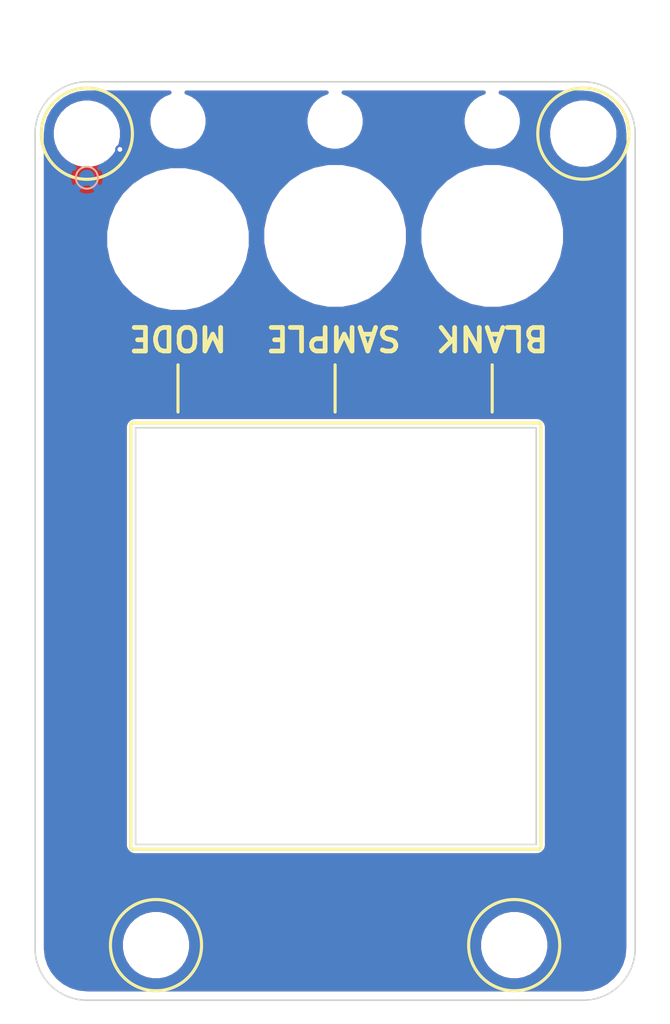
<source format=kicad_pcb>
(kicad_pcb (version 20171130) (host pcbnew "(5.0.0-rc2-dev-425-g1663627)")

  (general
    (thickness 1.6)
    (drawings 50)
    (tracks 1)
    (zones 0)
    (modules 10)
    (nets 2)
  )

  (page A4)
  (layers
    (0 F.Cu signal)
    (31 B.Cu signal)
    (32 B.Adhes user)
    (33 F.Adhes user)
    (34 B.Paste user)
    (35 F.Paste user)
    (36 B.SilkS user)
    (37 F.SilkS user)
    (38 B.Mask user)
    (39 F.Mask user)
    (40 Dwgs.User user)
    (41 Cmts.User user)
    (42 Eco1.User user hide)
    (43 Eco2.User user)
    (44 Edge.Cuts user)
    (45 Margin user)
    (46 B.CrtYd user)
    (47 F.CrtYd user)
    (48 B.Fab user)
    (49 F.Fab user)
  )

  (setup
    (last_trace_width 0.15)
    (trace_clearance 0.15)
    (zone_clearance 0.508)
    (zone_45_only no)
    (trace_min 0.15)
    (segment_width 0.2)
    (edge_width 0.2)
    (via_size 0.6)
    (via_drill 0.3)
    (via_min_size 0.4)
    (via_min_drill 0.3)
    (uvia_size 0.3)
    (uvia_drill 0.1)
    (uvias_allowed no)
    (uvia_min_size 0.2)
    (uvia_min_drill 0.1)
    (pcb_text_width 0.3)
    (pcb_text_size 1.5 1.5)
    (mod_edge_width 0.15)
    (mod_text_size 0.5 0.5)
    (mod_text_width 0.05)
    (pad_size 2 2)
    (pad_drill 0)
    (pad_to_mask_clearance 0.07)
    (aux_axis_origin 0 0)
    (visible_elements FFFFFF7F)
    (pcbplotparams
      (layerselection 0x010f0_ffffffff)
      (usegerberextensions true)
      (usegerberattributes false)
      (usegerberadvancedattributes false)
      (creategerberjobfile true)
      (excludeedgelayer true)
      (linewidth 0.100000)
      (plotframeref false)
      (viasonmask false)
      (mode 1)
      (useauxorigin true)
      (hpglpennumber 1)
      (hpglpenspeed 20)
      (hpglpendiameter 15)
      (psnegative false)
      (psa4output false)
      (plotreference false)
      (plotvalue false)
      (plotinvisibletext false)
      (padsonsilk false)
      (subtractmaskfromsilk false)
      (outputformat 1)
      (mirror false)
      (drillshape 0)
      (scaleselection 1)
      (outputdirectory ""))
  )

  (net 0 "")
  (net 1 GND)

  (net_class Default "This is the default net class."
    (clearance 0.15)
    (trace_width 0.15)
    (via_dia 0.6)
    (via_drill 0.3)
    (uvia_dia 0.3)
    (uvia_drill 0.1)
  )

  (net_class POWER ""
    (clearance 0.2)
    (trace_width 0.3)
    (via_dia 0.6)
    (via_drill 0.3)
    (uvia_dia 0.3)
    (uvia_drill 0.1)
    (add_net GND)
  )

  (module TestPoint:TestPoint_Pad_D1.0mm (layer B.Cu) (tedit 5A0F774F) (tstamp 5B4B7BC6)
    (at 3.3 6.1)
    (descr "SMD pad as test Point, diameter 1.0mm")
    (tags "test point SMD pad")
    (path /5ABF99AB)
    (attr virtual)
    (fp_text reference TP1 (at -0.1 7.8) (layer B.SilkS) hide
      (effects (font (size 1 1) (thickness 0.15)) (justify mirror))
    )
    (fp_text value Test_Point (at 0 -1.55) (layer B.Fab)
      (effects (font (size 1 1) (thickness 0.15)) (justify mirror))
    )
    (fp_circle (center 0 0) (end 0 -0.7) (layer B.SilkS) (width 0.12))
    (fp_circle (center 0 0) (end 1 0) (layer B.CrtYd) (width 0.05))
    (fp_text user %R (at 0 1.45) (layer B.Fab)
      (effects (font (size 1 1) (thickness 0.15)) (justify mirror))
    )
    (pad 1 smd circle (at 0 0) (size 1 1) (layers B.Cu B.Mask)
      (net 1 GND))
  )

  (module MountingHole:MountingHole_3.2mm_M3 (layer F.Cu) (tedit 56D1B4CB) (tstamp 5B403C1D)
    (at 30.5 54.9)
    (descr "Mounting Hole 3.2mm, no annular, M3")
    (tags "mounting hole 3.2mm no annular m3")
    (path /5ACC9E70)
    (attr virtual)
    (fp_text reference MK4 (at 0.1 0) (layer F.SilkS) hide
      (effects (font (size 1 1) (thickness 0.15)))
    )
    (fp_text value Mounting_Hole (at 0 4.2) (layer F.Fab)
      (effects (font (size 1 1) (thickness 0.15)))
    )
    (fp_circle (center 0 0) (end 3.45 0) (layer F.CrtYd) (width 0.05))
    (fp_circle (center 0 0) (end 3.2 0) (layer Cmts.User) (width 0.15))
    (fp_text user %R (at 0.3 0) (layer F.Fab)
      (effects (font (size 1 1) (thickness 0.15)))
    )
    (pad 1 np_thru_hole circle (at 0 0) (size 3.2 3.2) (drill 3.2) (layers *.Cu *.Mask))
  )

  (module MountingHole:MountingHole_3.2mm_M3 (layer F.Cu) (tedit 56D1B4CB) (tstamp 5B403C16)
    (at 7.7 54.9)
    (descr "Mounting Hole 3.2mm, no annular, M3")
    (tags "mounting hole 3.2mm no annular m3")
    (path /5ACC9E38)
    (attr virtual)
    (fp_text reference MK3 (at 0 0.1) (layer F.SilkS) hide
      (effects (font (size 1 1) (thickness 0.15)))
    )
    (fp_text value Mounting_Hole (at 0 4.2) (layer F.Fab)
      (effects (font (size 1 1) (thickness 0.15)))
    )
    (fp_circle (center 0 0) (end 3.45 0) (layer F.CrtYd) (width 0.05))
    (fp_circle (center 0 0) (end 3.2 0) (layer Cmts.User) (width 0.15))
    (fp_text user %R (at 0.3 0) (layer F.Fab)
      (effects (font (size 1 1) (thickness 0.15)))
    )
    (pad 1 np_thru_hole circle (at 0 0) (size 3.2 3.2) (drill 3.2) (layers *.Cu *.Mask))
  )

  (module MountingHole:MountingHole_3.2mm_M3 (layer F.Cu) (tedit 56D1B4CB) (tstamp 5B403C0F)
    (at 34.9 3.3)
    (descr "Mounting Hole 3.2mm, no annular, M3")
    (tags "mounting hole 3.2mm no annular m3")
    (path /5ACC9DFA)
    (attr virtual)
    (fp_text reference MK2 (at 0 0) (layer F.SilkS) hide
      (effects (font (size 1 1) (thickness 0.15)))
    )
    (fp_text value Mounting_Hole (at 0 4.2) (layer F.Fab)
      (effects (font (size 1 1) (thickness 0.15)))
    )
    (fp_circle (center 0 0) (end 3.45 0) (layer F.CrtYd) (width 0.05))
    (fp_circle (center 0 0) (end 3.2 0) (layer Cmts.User) (width 0.15))
    (fp_text user %R (at 0.3 0) (layer F.Fab)
      (effects (font (size 1 1) (thickness 0.15)))
    )
    (pad 1 np_thru_hole circle (at 0 0) (size 3.2 3.2) (drill 3.2) (layers *.Cu *.Mask))
  )

  (module MountingHole:MountingHole_3.2mm_M3 (layer F.Cu) (tedit 56D1B4CB) (tstamp 5B403C08)
    (at 3.3 3.3)
    (descr "Mounting Hole 3.2mm, no annular, M3")
    (tags "mounting hole 3.2mm no annular m3")
    (path /5ACC9DD6)
    (attr virtual)
    (fp_text reference MK1 (at 0 0) (layer F.SilkS) hide
      (effects (font (size 1 1) (thickness 0.15)))
    )
    (fp_text value Mounting_Hole (at 0 4.2) (layer F.Fab)
      (effects (font (size 1 1) (thickness 0.15)))
    )
    (fp_circle (center 0 0) (end 3.45 0) (layer F.CrtYd) (width 0.05))
    (fp_circle (center 0 0) (end 3.2 0) (layer Cmts.User) (width 0.15))
    (fp_text user %R (at 0.3 0) (layer F.Fab)
      (effects (font (size 1 1) (thickness 0.15)))
    )
    (pad 1 np_thru_hole circle (at 0 0) (size 3.2 3.2) (drill 3.2) (layers *.Cu *.Mask))
  )

  (module DI-Lambda-module-tabs:Button-cutout (layer B.Cu) (tedit 5AB91C96) (tstamp 5B350239)
    (at 9.1 10)
    (path /5A7B6755)
    (fp_text reference SW4 (at 0 -0.5) (layer B.SilkS) hide
      (effects (font (size 1 1) (thickness 0.15)) (justify mirror))
    )
    (fp_text value SW_MODE (at 0 0.5) (layer B.Fab)
      (effects (font (size 1 1) (thickness 0.15)) (justify mirror))
    )
    (pad "" np_thru_hole circle (at 0 0) (size 8 8) (drill 8) (layers *.Cu *.Mask))
  )

  (module DI-Lambda-module-tabs:Button-cutout (layer B.Cu) (tedit 5AB91C96) (tstamp 5B350235)
    (at 29.1 9.8)
    (path /5A7B2C7B)
    (fp_text reference SW3 (at 0 -0.5) (layer B.SilkS) hide
      (effects (font (size 1 1) (thickness 0.15)) (justify mirror))
    )
    (fp_text value SW_SAMPLE (at 0 0.5) (layer B.Fab)
      (effects (font (size 1 1) (thickness 0.15)) (justify mirror))
    )
    (pad "" np_thru_hole circle (at 0 0) (size 8 8) (drill 8) (layers *.Cu *.Mask))
  )

  (module DI-Lambda-module-tabs:Button-cutout (layer B.Cu) (tedit 5AB91C96) (tstamp 5B350231)
    (at 19.1 9.8)
    (path /5A79107E)
    (fp_text reference SW2 (at 0 -0.5) (layer B.SilkS) hide
      (effects (font (size 1 1) (thickness 0.15)) (justify mirror))
    )
    (fp_text value SW_BLANK (at 0 0.5) (layer B.Fab)
      (effects (font (size 1 1) (thickness 0.15)) (justify mirror))
    )
    (pad "" np_thru_hole circle (at 0 0) (size 8 8) (drill 8) (layers *.Cu *.Mask))
  )

  (module LCD:LCD_1.44_ST7735-CUTOUT (layer B.Cu) (tedit 5A7ABE64) (tstamp 5B29C4D9)
    (at 19.15 22.9)
    (path /5A818A3F)
    (fp_text reference U1 (at 0 -11.5) (layer B.SilkS) hide
      (effects (font (size 1 1) (thickness 0.15)) (justify mirror))
    )
    (fp_text value LCD_1.44_ST7735 (at 0 -9.8) (layer B.Fab)
      (effects (font (size 1 1) (thickness 0.15)) (justify mirror))
    )
    (fp_line (start -12.75 -0.9) (end -12.75 25.6) (layer Edge.Cuts) (width 0.1))
    (fp_line (start 12.75 -0.9) (end -12.75 -0.9) (layer Edge.Cuts) (width 0.1))
    (fp_line (start 12.75 25.6) (end 12.75 -0.9) (layer Edge.Cuts) (width 0.1))
    (fp_line (start -12.75 25.6) (end 12.75 25.6) (layer Edge.Cuts) (width 0.1))
    (fp_line (start -14.9 28.2) (end -14.9 -8.5) (layer B.Fab) (width 0.1))
    (fp_line (start 14.8 28.2) (end -14.9 28.2) (layer B.Fab) (width 0.1))
    (fp_line (start 14.8 -8.5) (end 14.8 28.2) (layer B.Fab) (width 0.1))
    (fp_line (start -14.9 -8.5) (end 14.8 -8.5) (layer F.CrtYd) (width 0.1))
  )

  (module DI-Lambda-module-tabs:Button_mounts_x3 (layer F.Cu) (tedit 5ACF324E) (tstamp 5B0813F1)
    (at 19.1 2.5)
    (path /5ABF92CB)
    (fp_text reference MK5 (at 0 6) (layer F.SilkS) hide
      (effects (font (size 1 1) (thickness 0.15)))
    )
    (fp_text value Mounting_Hole (at -7.15 9.15) (layer F.Fab)
      (effects (font (size 1 1) (thickness 0.15)))
    )
    (pad "" np_thru_hole circle (at 10 0) (size 2.5 2.5) (drill 2.5) (layers *.Cu *.Mask))
    (pad "" np_thru_hole circle (at -10 0) (size 2.5 2.5) (drill 2.5) (layers *.Cu *.Mask))
    (pad "" np_thru_hole circle (at 0 0) (size 2.5 2.5) (drill 2.5) (layers *.Cu *.Mask))
  )

  (dimension 10.8 (width 0.3) (layer Eco1.User)
    (gr_text "10.800 mm" (at 112.105 46.57 90) (layer Eco1.User)
      (effects (font (size 1.5 1.5) (thickness 0.3)))
    )
    (feature1 (pts (xy 140.355 41.17) (xy 110.755 41.17)))
    (feature2 (pts (xy 140.355 51.97) (xy 110.755 51.97)))
    (crossbar (pts (xy 113.455 51.97) (xy 113.455 41.17)))
    (arrow1a (pts (xy 113.455 41.17) (xy 114.041421 42.296504)))
    (arrow1b (pts (xy 113.455 41.17) (xy 112.868579 42.296504)))
    (arrow2a (pts (xy 113.455 51.97) (xy 114.041421 50.843496)))
    (arrow2b (pts (xy 113.455 51.97) (xy 112.868579 50.843496)))
  )
  (dimension 3.3 (width 0.3) (layer Eco1.User)
    (gr_text "3.300 mm" (at 121.305 42.82 90) (layer Eco1.User)
      (effects (font (size 1.5 1.5) (thickness 0.3)))
    )
    (feature1 (pts (xy 141.555 41.17) (xy 119.955 41.17)))
    (feature2 (pts (xy 141.555 44.47) (xy 119.955 44.47)))
    (crossbar (pts (xy 122.655 44.47) (xy 122.655 41.17)))
    (arrow1a (pts (xy 122.655 41.17) (xy 123.241421 42.296504)))
    (arrow1b (pts (xy 122.655 41.17) (xy 122.068579 42.296504)))
    (arrow2a (pts (xy 122.655 44.47) (xy 123.241421 43.343496)))
    (arrow2b (pts (xy 122.655 44.47) (xy 122.068579 43.343496)))
  )
  (dimension 38.2 (width 0.3) (layer Eco1.User)
    (gr_text "38.200 mm" (at 150.355 105.72) (layer Eco1.User)
      (effects (font (size 1.5 1.5) (thickness 0.3)))
    )
    (feature1 (pts (xy 169.455 95.87) (xy 169.455 107.07)))
    (feature2 (pts (xy 131.255 95.87) (xy 131.255 107.07)))
    (crossbar (pts (xy 131.255 104.37) (xy 169.455 104.37)))
    (arrow1a (pts (xy 169.455 104.37) (xy 168.328496 104.956421)))
    (arrow1b (pts (xy 169.455 104.37) (xy 168.328496 103.783579)))
    (arrow2a (pts (xy 131.255 104.37) (xy 132.381504 104.956421)))
    (arrow2b (pts (xy 131.255 104.37) (xy 132.381504 103.783579)))
  )
  (dimension 58.4 (width 0.3) (layer Eco1.User)
    (gr_text "58.400 mm" (at 176.005 70.37 270) (layer Eco1.User)
      (effects (font (size 1.5 1.5) (thickness 0.3)))
    )
    (feature1 (pts (xy 169.455 99.57) (xy 177.355 99.57)))
    (feature2 (pts (xy 169.455 41.17) (xy 177.355 41.17)))
    (crossbar (pts (xy 174.655 41.17) (xy 174.655 99.57)))
    (arrow1a (pts (xy 174.655 99.57) (xy 174.068579 98.443496)))
    (arrow1b (pts (xy 174.655 99.57) (xy 175.241421 98.443496)))
    (arrow2a (pts (xy 174.655 41.17) (xy 174.068579 42.296504)))
    (arrow2b (pts (xy 174.655 41.17) (xy 175.241421 42.296504)))
  )
  (gr_line (start 9.1 18) (end 9.1 21) (layer F.SilkS) (width 0.2) (tstamp 5B4B7CBD))
  (gr_line (start 19.1 18) (end 19.1 21) (layer F.SilkS) (width 0.2) (tstamp 5B4B7CBB))
  (gr_line (start 29.1 18) (end 29.1 21) (layer F.SilkS) (width 0.2) (tstamp 5B403C83))
  (gr_text MODE (at 9.1 16.3 180) (layer F.SilkS) (tstamp 5B403C74)
    (effects (font (size 1.5 1.5) (thickness 0.3)))
  )
  (gr_text SAMPLE (at 19 16.3 180) (layer F.SilkS) (tstamp 5B403C70)
    (effects (font (size 1.5 1.5) (thickness 0.3)))
  )
  (gr_text BLANK (at 29.1 16.3 180) (layer F.SilkS)
    (effects (font (size 1.5 1.5) (thickness 0.3)))
  )
  (gr_line (start 6.1 21.7) (end 6.1 48.8) (layer F.SilkS) (width 0.2))
  (gr_line (start 32.2 21.7) (end 6.1 21.7) (layer F.SilkS) (width 0.2))
  (gr_line (start 32.2 48.8) (end 32.2 21.7) (layer F.SilkS) (width 0.2))
  (gr_line (start 6.1 48.8) (end 32.2 48.8) (layer F.SilkS) (width 0.2))
  (gr_circle (center 7.7 54.9) (end 10.6 54.9) (layer F.SilkS) (width 0.2) (tstamp 5B403C63))
  (gr_circle (center 30.5 54.9) (end 33.4 54.9) (layer F.SilkS) (width 0.2) (tstamp 5B403C61))
  (gr_circle (center 34.9 3.3) (end 37.8 3.3) (layer F.SilkS) (width 0.2) (tstamp 5B403C5F))
  (gr_circle (center 3.3 3.3) (end 6.2 3.3) (layer F.SilkS) (width 0.2))
  (dimension 11.8 (width 0.3) (layer Eco1.User)
    (gr_text "11.800 mm" (at 117.805 47.07 90) (layer Eco1.User)
      (effects (font (size 1.5 1.5) (thickness 0.3)))
    )
    (feature1 (pts (xy 140.355 41.17) (xy 116.455 41.17)))
    (feature2 (pts (xy 140.355 52.97) (xy 116.455 52.97)))
    (crossbar (pts (xy 119.155 52.97) (xy 119.155 41.17)))
    (arrow1a (pts (xy 119.155 41.17) (xy 119.741421 42.296504)))
    (arrow1b (pts (xy 119.155 41.17) (xy 118.568579 42.296504)))
    (arrow2a (pts (xy 119.155 52.97) (xy 119.741421 51.843496)))
    (arrow2b (pts (xy 119.155 52.97) (xy 118.568579 51.843496)))
  )
  (gr_arc (start 34.9 55.1) (end 34.9 58.4) (angle -90) (layer Edge.Cuts) (width 0.1) (tstamp 5ABA990C))
  (gr_arc (start 3.3 55.1) (end 0 55.1) (angle -90) (layer Edge.Cuts) (width 0.1) (tstamp 5ABA98FC))
  (gr_arc (start 34.9 3.3) (end 38.2 3.3) (angle -90) (layer Edge.Cuts) (width 0.1) (tstamp 5ABA98ED))
  (dimension 10 (width 0.3) (layer Eco1.User) (tstamp 5ABA8734)
    (gr_text "10.000 mm" (at 155.35939 46.674907) (layer Eco1.User) (tstamp 5ABA8734)
      (effects (font (size 1.5 1.5) (thickness 0.3)))
    )
    (feature1 (pts (xy 150.35939 49.074907) (xy 150.35939 45.324907)))
    (feature2 (pts (xy 160.35939 49.074907) (xy 160.35939 45.324907)))
    (crossbar (pts (xy 160.35939 48.024907) (xy 150.35939 48.024907)))
    (arrow1a (pts (xy 150.35939 48.024907) (xy 151.485894 47.438486)))
    (arrow1b (pts (xy 150.35939 48.024907) (xy 151.485894 48.611328)))
    (arrow2a (pts (xy 160.35939 48.024907) (xy 159.232886 47.438486)))
    (arrow2b (pts (xy 160.35939 48.024907) (xy 159.232886 48.611328)))
  )
  (dimension 10 (width 0.3) (layer Eco1.User)
    (gr_text "10.000 mm" (at 145.352356 46.72648) (layer Eco1.User)
      (effects (font (size 1.5 1.5) (thickness 0.3)))
    )
    (feature1 (pts (xy 140.352356 49.12648) (xy 140.352356 45.37648)))
    (feature2 (pts (xy 150.352356 49.12648) (xy 150.352356 45.37648)))
    (crossbar (pts (xy 150.352356 48.07648) (xy 140.352356 48.07648)))
    (arrow1a (pts (xy 140.352356 48.07648) (xy 141.47886 47.490059)))
    (arrow1b (pts (xy 140.352356 48.07648) (xy 141.47886 48.662901)))
    (arrow2a (pts (xy 150.352356 48.07648) (xy 149.225852 47.490059)))
    (arrow2b (pts (xy 150.352356 48.07648) (xy 149.225852 48.662901)))
  )
  (gr_line (start 166.505 139.17) (end 132.405 139.17) (layer Eco1.User) (width 0.2))
  (dimension 10 (width 0.3) (layer Eco1.User) (tstamp 5AA4D9F4)
    (gr_text "10.000 mm" (at 179.355 144.17 90) (layer Eco1.User) (tstamp 5AA4D9F4)
      (effects (font (size 1.5 1.5) (thickness 0.3)))
    )
    (feature1 (pts (xy 166.505 139.17) (xy 180.705 139.17)))
    (feature2 (pts (xy 166.505 149.17) (xy 180.705 149.17)))
    (crossbar (pts (xy 178.005 149.17) (xy 178.005 139.17)))
    (arrow1a (pts (xy 178.005 139.17) (xy 178.591421 140.296504)))
    (arrow1b (pts (xy 178.005 139.17) (xy 177.418579 140.296504)))
    (arrow2a (pts (xy 178.005 149.17) (xy 178.591421 148.043496)))
    (arrow2b (pts (xy 178.005 149.17) (xy 177.418579 148.043496)))
  )
  (gr_line (start 193.255 107.77) (end 122.005 107.77) (layer Eco1.User) (width 0.2))
  (gr_line (start 189.955 46.12) (end 123.305 46.12) (layer Eco1.User) (width 0.2))
  (dimension 3.5 (width 0.3) (layer Eco1.User)
    (gr_text "3.500 mm" (at 163.605 75.87) (layer Eco1.User)
      (effects (font (size 1.5 1.5) (thickness 0.3)))
    )
    (feature1 (pts (xy 161.855 72.97) (xy 161.855 77.22)))
    (feature2 (pts (xy 165.355 72.97) (xy 165.355 77.22)))
    (crossbar (pts (xy 165.355 74.52) (xy 161.855 74.52)))
    (arrow1a (pts (xy 161.855 74.52) (xy 162.981504 73.933579)))
    (arrow1b (pts (xy 161.855 74.52) (xy 162.981504 75.106421)))
    (arrow2a (pts (xy 165.355 74.52) (xy 164.228496 73.933579)))
    (arrow2b (pts (xy 165.355 74.52) (xy 164.228496 75.106421)))
  )
  (dimension 3.5 (width 0.3) (layer Eco1.User)
    (gr_text "3.500 mm" (at 137.105 74.27) (layer Eco1.User)
      (effects (font (size 1.5 1.5) (thickness 0.3)))
    )
    (feature1 (pts (xy 138.855 71.22) (xy 138.855 75.62)))
    (feature2 (pts (xy 135.355 71.22) (xy 135.355 75.62)))
    (crossbar (pts (xy 135.355 72.92) (xy 138.855 72.92)))
    (arrow1a (pts (xy 138.855 72.92) (xy 137.728496 73.506421)))
    (arrow1b (pts (xy 138.855 72.92) (xy 137.728496 72.333579)))
    (arrow2a (pts (xy 135.355 72.92) (xy 136.481504 73.506421)))
    (arrow2b (pts (xy 135.355 72.92) (xy 136.481504 72.333579)))
  )
  (dimension 10 (width 0.3) (layer Eco1.User)
    (gr_text "10.000 mm" (at 118.405 61.17 270) (layer Eco1.User)
      (effects (font (size 1.5 1.5) (thickness 0.3)))
    )
    (feature1 (pts (xy 131.255 66.17) (xy 117.055 66.17)))
    (feature2 (pts (xy 131.255 56.17) (xy 117.055 56.17)))
    (crossbar (pts (xy 119.755 56.17) (xy 119.755 66.17)))
    (arrow1a (pts (xy 119.755 66.17) (xy 119.168579 65.043496)))
    (arrow1b (pts (xy 119.755 66.17) (xy 120.341421 65.043496)))
    (arrow2a (pts (xy 119.755 56.17) (xy 119.168579 57.296504)))
    (arrow2b (pts (xy 119.755 56.17) (xy 120.341421 57.296504)))
  )
  (dimension 11 (width 0.3) (layer Eco1.User) (tstamp 5A7AB0AA)
    (gr_text "11.000 mm" (at 155.855 62.96966) (layer Eco1.User) (tstamp 5A7AB0AA)
      (effects (font (size 1.5 1.5) (thickness 0.3)))
    )
    (feature1 (pts (xy 150.355 56.87) (xy 150.355 64.31966)))
    (feature2 (pts (xy 161.355 56.87) (xy 161.355 64.31966)))
    (crossbar (pts (xy 161.355 61.61966) (xy 150.355 61.61966)))
    (arrow1a (pts (xy 150.355 61.61966) (xy 151.481504 61.033239)))
    (arrow1b (pts (xy 150.355 61.61966) (xy 151.481504 62.206081)))
    (arrow2a (pts (xy 161.355 61.61966) (xy 160.228496 61.033239)))
    (arrow2b (pts (xy 161.355 61.61966) (xy 160.228496 62.206081)))
  )
  (gr_line (start 150.355 41.97) (end 150.355 171.27) (layer Eco1.User) (width 0.2))
  (gr_line (start 165.355 58.97) (end 165.355 145.97) (layer Eco1.User) (width 0.2) (tstamp 5A6220A1))
  (dimension 10 (width 0.3) (layer Eco1.User)
    (gr_text "10.000 mm" (at 127.405 46.17 90) (layer Eco1.User)
      (effects (font (size 1.5 1.5) (thickness 0.3)))
    )
    (feature1 (pts (xy 131.255 41.17) (xy 126.055 41.17)))
    (feature2 (pts (xy 131.255 51.17) (xy 126.055 51.17)))
    (crossbar (pts (xy 128.755 51.17) (xy 128.755 41.17)))
    (arrow1a (pts (xy 128.755 41.17) (xy 129.341421 42.296504)))
    (arrow1b (pts (xy 128.755 41.17) (xy 128.168579 42.296504)))
    (arrow2a (pts (xy 128.755 51.17) (xy 129.341421 50.043496)))
    (arrow2b (pts (xy 128.755 51.17) (xy 128.168579 50.043496)))
  )
  (dimension 10 (width 0.3) (layer Eco1.User)
    (gr_text "10.000 mm" (at 125.105 56.17 90) (layer Eco1.User)
      (effects (font (size 1.5 1.5) (thickness 0.3)))
    )
    (feature1 (pts (xy 131.255 51.17) (xy 123.755 51.17)))
    (feature2 (pts (xy 131.255 61.17) (xy 123.755 61.17)))
    (crossbar (pts (xy 126.455 61.17) (xy 126.455 51.17)))
    (arrow1a (pts (xy 126.455 51.17) (xy 127.041421 52.296504)))
    (arrow1b (pts (xy 126.455 51.17) (xy 125.868579 52.296504)))
    (arrow2a (pts (xy 126.455 61.17) (xy 127.041421 60.043496)))
    (arrow2b (pts (xy 126.455 61.17) (xy 125.868579 60.043496)))
  )
  (dimension 30 (width 0.3) (layer Eco1.User)
    (gr_text "30.000 mm" (at 128.805 76.17 90) (layer Eco1.User)
      (effects (font (size 1.5 1.5) (thickness 0.3)))
    )
    (feature1 (pts (xy 131.255 61.17) (xy 127.455 61.17)))
    (feature2 (pts (xy 131.255 91.17) (xy 127.455 91.17)))
    (crossbar (pts (xy 130.155 91.17) (xy 130.155 61.17)))
    (arrow1a (pts (xy 130.155 61.17) (xy 130.741421 62.296504)))
    (arrow1b (pts (xy 130.155 61.17) (xy 129.568579 62.296504)))
    (arrow2a (pts (xy 130.155 91.17) (xy 130.741421 90.043496)))
    (arrow2b (pts (xy 130.155 91.17) (xy 129.568579 90.043496)))
  )
  (dimension 10 (width 0.3) (layer Eco1.User)
    (gr_text "10.000 mm" (at 127.705 96.17 90) (layer Eco1.User)
      (effects (font (size 1.5 1.5) (thickness 0.3)))
    )
    (feature1 (pts (xy 131.255 91.17) (xy 126.355 91.17)))
    (feature2 (pts (xy 131.255 101.17) (xy 126.355 101.17)))
    (crossbar (pts (xy 129.055 101.17) (xy 129.055 91.17)))
    (arrow1a (pts (xy 129.055 91.17) (xy 129.641421 92.296504)))
    (arrow1b (pts (xy 129.055 91.17) (xy 128.468579 92.296504)))
    (arrow2a (pts (xy 129.055 101.17) (xy 129.641421 100.043496)))
    (arrow2b (pts (xy 129.055 101.17) (xy 128.468579 100.043496)))
  )
  (dimension 43 (width 0.3) (layer Eco1.User)
    (gr_text "43.000 mm" (at 128.405 122.67 90) (layer Eco1.User)
      (effects (font (size 1.5 1.5) (thickness 0.3)))
    )
    (feature1 (pts (xy 131.255 101.17) (xy 127.055 101.17)))
    (feature2 (pts (xy 131.255 144.17) (xy 127.055 144.17)))
    (crossbar (pts (xy 129.755 144.17) (xy 129.755 101.17)))
    (arrow1a (pts (xy 129.755 101.17) (xy 130.341421 102.296504)))
    (arrow1b (pts (xy 129.755 101.17) (xy 129.168579 102.296504)))
    (arrow2a (pts (xy 129.755 144.17) (xy 130.341421 143.043496)))
    (arrow2b (pts (xy 129.755 144.17) (xy 129.168579 143.043496)))
  )
  (dimension 10 (width 0.3) (layer Eco1.User)
    (gr_text "10.000 mm" (at 120.905 149.17 90) (layer Eco1.User)
      (effects (font (size 1.5 1.5) (thickness 0.3)))
    )
    (feature1 (pts (xy 131.255 144.17) (xy 119.555 144.17)))
    (feature2 (pts (xy 131.255 154.17) (xy 119.555 154.17)))
    (crossbar (pts (xy 122.255 154.17) (xy 122.255 144.17)))
    (arrow1a (pts (xy 122.255 144.17) (xy 122.841421 145.296504)))
    (arrow1b (pts (xy 122.255 144.17) (xy 121.668579 145.296504)))
    (arrow2a (pts (xy 122.255 154.17) (xy 122.841421 153.043496)))
    (arrow2b (pts (xy 122.255 154.17) (xy 121.668579 153.043496)))
  )
  (dimension 15 (width 0.3) (layer Eco1.User)
    (gr_text "15.000 mm" (at 126.705 161.67 90) (layer Eco1.User)
      (effects (font (size 1.5 1.5) (thickness 0.3)))
    )
    (feature1 (pts (xy 131.255 154.17) (xy 125.355 154.17)))
    (feature2 (pts (xy 131.255 169.17) (xy 125.355 169.17)))
    (crossbar (pts (xy 128.055 169.17) (xy 128.055 154.17)))
    (arrow1a (pts (xy 128.055 154.17) (xy 128.641421 155.296504)))
    (arrow1b (pts (xy 128.055 154.17) (xy 127.468579 155.296504)))
    (arrow2a (pts (xy 128.055 169.17) (xy 128.641421 168.043496)))
    (arrow2b (pts (xy 128.055 169.17) (xy 127.468579 168.043496)))
  )
  (dimension 38.2 (width 0.3) (layer Eco1.User)
    (gr_text "38.200 mm" (at 150.355 172.22) (layer Eco1.User)
      (effects (font (size 1.5 1.5) (thickness 0.3)))
    )
    (feature1 (pts (xy 131.255 169.17) (xy 131.255 173.57)))
    (feature2 (pts (xy 169.455 169.17) (xy 169.455 173.57)))
    (crossbar (pts (xy 169.455 170.87) (xy 131.255 170.87)))
    (arrow1a (pts (xy 131.255 170.87) (xy 132.381504 170.283579)))
    (arrow1b (pts (xy 131.255 170.87) (xy 132.381504 171.456421)))
    (arrow2a (pts (xy 169.455 170.87) (xy 168.328496 170.283579)))
    (arrow2b (pts (xy 169.455 170.87) (xy 168.328496 171.456421)))
  )
  (gr_text "DI-Lambda UNO v1.7" (at 3.2 33.1 90) (layer B.Mask)
    (effects (font (size 1.5 1.5) (thickness 0.3)) (justify mirror))
  )
  (gr_line (start 135.355 59.07) (end 135.355 146.07) (layer Eco1.User) (width 0.1))
  (dimension 19.1 (width 0.3) (layer Eco1.User)
    (gr_text "19.100 mm" (at 140.805 30.12) (layer Eco1.User)
      (effects (font (size 1.5 1.5) (thickness 0.3)))
    )
    (feature1 (pts (xy 150.355 41.97) (xy 150.355 28.77)))
    (feature2 (pts (xy 131.255 41.97) (xy 131.255 28.77)))
    (crossbar (pts (xy 131.255 31.47) (xy 150.355 31.47)))
    (arrow1a (pts (xy 150.355 31.47) (xy 149.228496 32.056421)))
    (arrow1b (pts (xy 150.355 31.47) (xy 149.228496 30.883579)))
    (arrow2a (pts (xy 131.255 31.47) (xy 132.381504 32.056421)))
    (arrow2b (pts (xy 131.255 31.47) (xy 132.381504 30.883579)))
  )
  (gr_arc (start 3.3 3.3) (end 3.3 0) (angle -90) (layer Edge.Cuts) (width 0.1))
  (gr_line (start 38.2 3.3) (end 38.2 55.1) (layer Edge.Cuts) (width 0.1))
  (gr_line (start 3.3 0) (end 34.9 0) (layer Edge.Cuts) (width 0.1))
  (gr_line (start 0 55.1) (end 0 3.3) (layer Edge.Cuts) (width 0.1))
  (gr_line (start 34.9 58.4) (end 3.3 58.4) (layer Edge.Cuts) (width 0.1))

  (via (at 5.4 4.3) (size 0.6) (drill 0.3) (layers F.Cu B.Cu) (net 1))

  (zone (net 1) (net_name GND) (layer F.Cu) (tstamp 0) (hatch edge 0.508)
    (connect_pads (clearance 0.508))
    (min_thickness 0.254)
    (fill yes (arc_segments 32) (thermal_gap 0.508) (thermal_bridge_width 0.508) (smoothing fillet))
    (polygon
      (pts
        (xy -0.1 -5.2) (xy 38.4 -5.2) (xy 38.5 59.2) (xy -0.1 59.4)
      )
    )
    (filled_polygon
      (pts
        (xy 8.550166 0.687439) (xy 8.207118 0.829534) (xy 7.898382 1.035825) (xy 7.635825 1.298382) (xy 7.429534 1.607118)
        (xy 7.287439 1.950166) (xy 7.215 2.314344) (xy 7.215 2.685656) (xy 7.287439 3.049834) (xy 7.429534 3.392882)
        (xy 7.635825 3.701618) (xy 7.898382 3.964175) (xy 8.207118 4.170466) (xy 8.550166 4.312561) (xy 8.914344 4.385)
        (xy 9.285656 4.385) (xy 9.649834 4.312561) (xy 9.992882 4.170466) (xy 10.301618 3.964175) (xy 10.564175 3.701618)
        (xy 10.770466 3.392882) (xy 10.912561 3.049834) (xy 10.985 2.685656) (xy 10.985 2.314344) (xy 10.912561 1.950166)
        (xy 10.770466 1.607118) (xy 10.564175 1.298382) (xy 10.301618 1.035825) (xy 9.992882 0.829534) (xy 9.649834 0.687439)
        (xy 9.637572 0.685) (xy 18.562428 0.685) (xy 18.550166 0.687439) (xy 18.207118 0.829534) (xy 17.898382 1.035825)
        (xy 17.635825 1.298382) (xy 17.429534 1.607118) (xy 17.287439 1.950166) (xy 17.215 2.314344) (xy 17.215 2.685656)
        (xy 17.287439 3.049834) (xy 17.429534 3.392882) (xy 17.635825 3.701618) (xy 17.898382 3.964175) (xy 18.207118 4.170466)
        (xy 18.550166 4.312561) (xy 18.914344 4.385) (xy 19.285656 4.385) (xy 19.649834 4.312561) (xy 19.992882 4.170466)
        (xy 20.301618 3.964175) (xy 20.564175 3.701618) (xy 20.770466 3.392882) (xy 20.912561 3.049834) (xy 20.985 2.685656)
        (xy 20.985 2.314344) (xy 20.912561 1.950166) (xy 20.770466 1.607118) (xy 20.564175 1.298382) (xy 20.301618 1.035825)
        (xy 19.992882 0.829534) (xy 19.649834 0.687439) (xy 19.637572 0.685) (xy 28.562428 0.685) (xy 28.550166 0.687439)
        (xy 28.207118 0.829534) (xy 27.898382 1.035825) (xy 27.635825 1.298382) (xy 27.429534 1.607118) (xy 27.287439 1.950166)
        (xy 27.215 2.314344) (xy 27.215 2.685656) (xy 27.287439 3.049834) (xy 27.429534 3.392882) (xy 27.635825 3.701618)
        (xy 27.898382 3.964175) (xy 28.207118 4.170466) (xy 28.550166 4.312561) (xy 28.914344 4.385) (xy 29.285656 4.385)
        (xy 29.649834 4.312561) (xy 29.992882 4.170466) (xy 30.301618 3.964175) (xy 30.564175 3.701618) (xy 30.770466 3.392882)
        (xy 30.900118 3.079872) (xy 32.665 3.079872) (xy 32.665 3.520128) (xy 32.75089 3.951925) (xy 32.919369 4.358669)
        (xy 33.163962 4.724729) (xy 33.475271 5.036038) (xy 33.841331 5.280631) (xy 34.248075 5.44911) (xy 34.679872 5.535)
        (xy 35.120128 5.535) (xy 35.551925 5.44911) (xy 35.958669 5.280631) (xy 36.324729 5.036038) (xy 36.636038 4.724729)
        (xy 36.880631 4.358669) (xy 37.04911 3.951925) (xy 37.135 3.520128) (xy 37.135 3.079872) (xy 37.04911 2.648075)
        (xy 36.880631 2.241331) (xy 36.636038 1.875271) (xy 36.324729 1.563962) (xy 35.958669 1.319369) (xy 35.551925 1.15089)
        (xy 35.120128 1.065) (xy 34.679872 1.065) (xy 34.248075 1.15089) (xy 33.841331 1.319369) (xy 33.475271 1.563962)
        (xy 33.163962 1.875271) (xy 32.919369 2.241331) (xy 32.75089 2.648075) (xy 32.665 3.079872) (xy 30.900118 3.079872)
        (xy 30.912561 3.049834) (xy 30.985 2.685656) (xy 30.985 2.314344) (xy 30.912561 1.950166) (xy 30.770466 1.607118)
        (xy 30.564175 1.298382) (xy 30.301618 1.035825) (xy 29.992882 0.829534) (xy 29.649834 0.687439) (xy 29.637572 0.685)
        (xy 34.866496 0.685) (xy 35.407284 0.738025) (xy 35.895248 0.88535) (xy 36.345301 1.124647) (xy 36.740304 1.446804)
        (xy 37.065209 1.839546) (xy 37.307643 2.28792) (xy 37.458372 2.774846) (xy 37.515 3.313619) (xy 37.515001 55.066485)
        (xy 37.461975 55.607286) (xy 37.31465 56.095248) (xy 37.075355 56.545298) (xy 36.753196 56.940305) (xy 36.360455 57.265208)
        (xy 35.91208 57.507643) (xy 35.425154 57.658372) (xy 34.886381 57.715) (xy 3.333505 57.715) (xy 2.792714 57.661975)
        (xy 2.304752 57.51465) (xy 1.854702 57.275355) (xy 1.459695 56.953196) (xy 1.134792 56.560455) (xy 0.892357 56.11208)
        (xy 0.741628 55.625154) (xy 0.685 55.086381) (xy 0.685 54.679872) (xy 5.465 54.679872) (xy 5.465 55.120128)
        (xy 5.55089 55.551925) (xy 5.719369 55.958669) (xy 5.963962 56.324729) (xy 6.275271 56.636038) (xy 6.641331 56.880631)
        (xy 7.048075 57.04911) (xy 7.479872 57.135) (xy 7.920128 57.135) (xy 8.351925 57.04911) (xy 8.758669 56.880631)
        (xy 9.124729 56.636038) (xy 9.436038 56.324729) (xy 9.680631 55.958669) (xy 9.84911 55.551925) (xy 9.935 55.120128)
        (xy 9.935 54.679872) (xy 28.265 54.679872) (xy 28.265 55.120128) (xy 28.35089 55.551925) (xy 28.519369 55.958669)
        (xy 28.763962 56.324729) (xy 29.075271 56.636038) (xy 29.441331 56.880631) (xy 29.848075 57.04911) (xy 30.279872 57.135)
        (xy 30.720128 57.135) (xy 31.151925 57.04911) (xy 31.558669 56.880631) (xy 31.924729 56.636038) (xy 32.236038 56.324729)
        (xy 32.480631 55.958669) (xy 32.64911 55.551925) (xy 32.735 55.120128) (xy 32.735 54.679872) (xy 32.64911 54.248075)
        (xy 32.480631 53.841331) (xy 32.236038 53.475271) (xy 31.924729 53.163962) (xy 31.558669 52.919369) (xy 31.151925 52.75089)
        (xy 30.720128 52.665) (xy 30.279872 52.665) (xy 29.848075 52.75089) (xy 29.441331 52.919369) (xy 29.075271 53.163962)
        (xy 28.763962 53.475271) (xy 28.519369 53.841331) (xy 28.35089 54.248075) (xy 28.265 54.679872) (xy 9.935 54.679872)
        (xy 9.84911 54.248075) (xy 9.680631 53.841331) (xy 9.436038 53.475271) (xy 9.124729 53.163962) (xy 8.758669 52.919369)
        (xy 8.351925 52.75089) (xy 7.920128 52.665) (xy 7.479872 52.665) (xy 7.048075 52.75089) (xy 6.641331 52.919369)
        (xy 6.275271 53.163962) (xy 5.963962 53.475271) (xy 5.719369 53.841331) (xy 5.55089 54.248075) (xy 5.465 54.679872)
        (xy 0.685 54.679872) (xy 0.685 22) (xy 5.711686 22) (xy 5.715 22.033647) (xy 5.715001 48.466343)
        (xy 5.711686 48.5) (xy 5.724912 48.634283) (xy 5.764081 48.763406) (xy 5.827688 48.882407) (xy 5.913289 48.986711)
        (xy 6.017593 49.072312) (xy 6.136594 49.135919) (xy 6.265717 49.175088) (xy 6.366353 49.185) (xy 6.4 49.188314)
        (xy 6.433647 49.185) (xy 31.866353 49.185) (xy 31.9 49.188314) (xy 31.933647 49.185) (xy 32.034283 49.175088)
        (xy 32.163406 49.135919) (xy 32.282407 49.072312) (xy 32.386711 48.986711) (xy 32.472312 48.882407) (xy 32.535919 48.763406)
        (xy 32.575088 48.634283) (xy 32.588314 48.5) (xy 32.585 48.466353) (xy 32.585 22.033647) (xy 32.588314 22)
        (xy 32.575088 21.865717) (xy 32.535919 21.736594) (xy 32.472312 21.617593) (xy 32.386711 21.513289) (xy 32.282407 21.427688)
        (xy 32.163406 21.364081) (xy 32.034283 21.324912) (xy 31.933647 21.315) (xy 31.9 21.311686) (xy 31.866353 21.315)
        (xy 6.433647 21.315) (xy 6.4 21.311686) (xy 6.366353 21.315) (xy 6.265717 21.324912) (xy 6.136594 21.364081)
        (xy 6.017593 21.427688) (xy 5.913289 21.513289) (xy 5.827688 21.617593) (xy 5.764081 21.736594) (xy 5.724912 21.865717)
        (xy 5.711686 22) (xy 0.685 22) (xy 0.685 9.543492) (xy 4.465 9.543492) (xy 4.465 10.456508)
        (xy 4.64312 11.35198) (xy 4.992516 12.195496) (xy 5.49976 12.95464) (xy 6.14536 13.60024) (xy 6.904504 14.107484)
        (xy 7.74802 14.45688) (xy 8.643492 14.635) (xy 9.556508 14.635) (xy 10.45198 14.45688) (xy 11.295496 14.107484)
        (xy 12.05464 13.60024) (xy 12.70024 12.95464) (xy 13.207484 12.195496) (xy 13.55688 11.35198) (xy 13.735 10.456508)
        (xy 13.735 9.543492) (xy 13.695218 9.343492) (xy 14.465 9.343492) (xy 14.465 10.256508) (xy 14.64312 11.15198)
        (xy 14.992516 11.995496) (xy 15.49976 12.75464) (xy 16.14536 13.40024) (xy 16.904504 13.907484) (xy 17.74802 14.25688)
        (xy 18.643492 14.435) (xy 19.556508 14.435) (xy 20.45198 14.25688) (xy 21.295496 13.907484) (xy 22.05464 13.40024)
        (xy 22.70024 12.75464) (xy 23.207484 11.995496) (xy 23.55688 11.15198) (xy 23.735 10.256508) (xy 23.735 9.343492)
        (xy 24.465 9.343492) (xy 24.465 10.256508) (xy 24.64312 11.15198) (xy 24.992516 11.995496) (xy 25.49976 12.75464)
        (xy 26.14536 13.40024) (xy 26.904504 13.907484) (xy 27.74802 14.25688) (xy 28.643492 14.435) (xy 29.556508 14.435)
        (xy 30.45198 14.25688) (xy 31.295496 13.907484) (xy 32.05464 13.40024) (xy 32.70024 12.75464) (xy 33.207484 11.995496)
        (xy 33.55688 11.15198) (xy 33.735 10.256508) (xy 33.735 9.343492) (xy 33.55688 8.44802) (xy 33.207484 7.604504)
        (xy 32.70024 6.84536) (xy 32.05464 6.19976) (xy 31.295496 5.692516) (xy 30.45198 5.34312) (xy 29.556508 5.165)
        (xy 28.643492 5.165) (xy 27.74802 5.34312) (xy 26.904504 5.692516) (xy 26.14536 6.19976) (xy 25.49976 6.84536)
        (xy 24.992516 7.604504) (xy 24.64312 8.44802) (xy 24.465 9.343492) (xy 23.735 9.343492) (xy 23.55688 8.44802)
        (xy 23.207484 7.604504) (xy 22.70024 6.84536) (xy 22.05464 6.19976) (xy 21.295496 5.692516) (xy 20.45198 5.34312)
        (xy 19.556508 5.165) (xy 18.643492 5.165) (xy 17.74802 5.34312) (xy 16.904504 5.692516) (xy 16.14536 6.19976)
        (xy 15.49976 6.84536) (xy 14.992516 7.604504) (xy 14.64312 8.44802) (xy 14.465 9.343492) (xy 13.695218 9.343492)
        (xy 13.55688 8.64802) (xy 13.207484 7.804504) (xy 12.70024 7.04536) (xy 12.05464 6.39976) (xy 11.295496 5.892516)
        (xy 10.45198 5.54312) (xy 9.556508 5.365) (xy 8.643492 5.365) (xy 7.74802 5.54312) (xy 6.904504 5.892516)
        (xy 6.14536 6.39976) (xy 5.49976 7.04536) (xy 4.992516 7.804504) (xy 4.64312 8.64802) (xy 4.465 9.543492)
        (xy 0.685 9.543492) (xy 0.685 3.333504) (xy 0.709868 3.079872) (xy 1.065 3.079872) (xy 1.065 3.520128)
        (xy 1.15089 3.951925) (xy 1.319369 4.358669) (xy 1.563962 4.724729) (xy 1.875271 5.036038) (xy 2.241331 5.280631)
        (xy 2.648075 5.44911) (xy 3.079872 5.535) (xy 3.520128 5.535) (xy 3.951925 5.44911) (xy 4.358669 5.280631)
        (xy 4.724729 5.036038) (xy 5.036038 4.724729) (xy 5.280631 4.358669) (xy 5.44911 3.951925) (xy 5.535 3.520128)
        (xy 5.535 3.079872) (xy 5.44911 2.648075) (xy 5.280631 2.241331) (xy 5.036038 1.875271) (xy 4.724729 1.563962)
        (xy 4.358669 1.319369) (xy 3.951925 1.15089) (xy 3.520128 1.065) (xy 3.079872 1.065) (xy 2.648075 1.15089)
        (xy 2.241331 1.319369) (xy 1.875271 1.563962) (xy 1.563962 1.875271) (xy 1.319369 2.241331) (xy 1.15089 2.648075)
        (xy 1.065 3.079872) (xy 0.709868 3.079872) (xy 0.738025 2.792716) (xy 0.88535 2.304752) (xy 1.124647 1.854699)
        (xy 1.446804 1.459696) (xy 1.839546 1.134791) (xy 2.28792 0.892357) (xy 2.774846 0.741628) (xy 3.313619 0.685)
        (xy 8.562428 0.685)
      )
    )
    (fill_segments
      (pts (xy 3.313619 0.685) (xy 3.313619 0.685))
      (pts (xy 2.225143 0.9263) (xy 2.225143 0.9263))
      (pts (xy 1.799886 1.1676) (xy 1.799886 1.1676))
      (pts (xy 3.992267 1.1676) (xy 3.992267 1.1676))
      (pts (xy 35.592267 1.1676) (xy 35.592267 1.1676))
      (pts (xy 1.508205 1.4089) (xy 1.508205 1.4089))
      (pts (xy 4.492662 1.4089) (xy 4.492662 1.4089))
      (pts (xy 36.092662 1.4089) (xy 36.092662 1.4089))
      (pts (xy 1.291432 1.6502) (xy 1.291432 1.6502))
      (pts (xy 4.810967 1.6502) (xy 4.810967 1.6502))
      (pts (xy 36.410967 1.6502) (xy 36.410967 1.6502))
      (pts (xy 1.105079 1.8915) (xy 1.105079 1.8915))
      (pts (xy 5.046882 1.8915) (xy 5.046882 1.8915))
      (pts (xy 36.646882 1.8915) (xy 36.646882 1.8915))
      (pts (xy 0.976778 2.1328) (xy 0.976778 2.1328))
      (pts (xy 5.208114 2.1328) (xy 5.208114 2.1328))
      (pts (xy 36.808114 2.1328) (xy 36.808114 2.1328))
      (pts (xy 0.864412 2.3741) (xy 0.864412 2.3741))
      (pts (xy 5.335626 2.3741) (xy 5.335626 2.3741))
      (pts (xy 10.012378 2.3741) (xy 10.012378 2.3741))
      (pts (xy 20.012378 2.3741) (xy 20.012378 2.3741))
      (pts (xy 30.012378 2.3741) (xy 30.012378 2.3741))
      (pts (xy 36.935626 2.3741) (xy 36.935626 2.3741))
      (pts (xy 0.791559 2.6154) (xy 0.791559 2.6154))
      (pts (xy 5.435576 2.6154) (xy 5.435576 2.6154))
      (pts (xy 10.255994 2.6154) (xy 10.255994 2.6154))
      (pts (xy 20.255994 2.6154) (xy 20.255994 2.6154))
      (pts (xy 30.255994 2.6154) (xy 30.255994 2.6154))
      (pts (xy 37.035576 2.6154) (xy 37.035576 2.6154))
      (pts (xy 0.731751 2.8567) (xy 0.731751 2.8567))
      (pts (xy 5.490609 2.8567) (xy 5.490609 2.8567))
      (pts (xy 10.399047 2.8567) (xy 10.399047 2.8567))
      (pts (xy 20.399047 2.8567) (xy 20.399047 2.8567))
      (pts (xy 30.399047 2.8567) (xy 30.399047 2.8567))
      (pts (xy 37.090609 2.8567) (xy 37.090609 2.8567))
      (pts (xy 0.70809 3.098) (xy 0.70809 3.098))
      (pts (xy 5.535 3.098) (xy 5.535 3.098))
      (pts (xy 10.471356 3.098) (xy 10.471356 3.098))
      (pts (xy 20.471356 3.098) (xy 20.471356 3.098))
      (pts (xy 30.471356 3.098) (xy 30.471356 3.098))
      (pts (xy 37.135 3.098) (xy 37.135 3.098))
      (pts (xy 0.685 3.3393) (xy 0.685 3.3393))
      (pts (xy 5.535 3.3393) (xy 5.535 3.3393))
      (pts (xy 10.487169 3.3393) (xy 10.487169 3.3393))
      (pts (xy 20.487169 3.3393) (xy 20.487169 3.3393))
      (pts (xy 30.487169 3.3393) (xy 30.487169 3.3393))
      (pts (xy 37.135 3.3393) (xy 37.135 3.3393))
      (pts (xy 0.685 3.5806) (xy 0.685 3.5806))
      (pts (xy 5.522971 3.5806) (xy 5.522971 3.5806))
      (pts (xy 10.451325 3.5806) (xy 10.451325 3.5806))
      (pts (xy 20.451325 3.5806) (xy 20.451325 3.5806))
      (pts (xy 30.451325 3.5806) (xy 30.451325 3.5806))
      (pts (xy 37.122971 3.5806) (xy 37.122971 3.5806))
      (pts (xy 0.685 3.8219) (xy 0.685 3.8219))
      (pts (xy 5.474973 3.8219) (xy 5.474973 3.8219))
      (pts (xy 10.358152 3.8219) (xy 10.358152 3.8219))
      (pts (xy 20.358152 3.8219) (xy 20.358152 3.8219))
      (pts (xy 30.358152 3.8219) (xy 30.358152 3.8219))
      (pts (xy 37.074973 3.8219) (xy 37.074973 3.8219))
      (pts (xy 0.685 4.0632) (xy 0.685 4.0632))
      (pts (xy 5.403018 4.0632) (xy 5.403018 4.0632))
      (pts (xy 10.191732 4.0632) (xy 10.191732 4.0632))
      (pts (xy 20.191732 4.0632) (xy 20.191732 4.0632))
      (pts (xy 30.191732 4.0632) (xy 30.191732 4.0632))
      (pts (xy 37.003018 4.0632) (xy 37.003018 4.0632))
      (pts (xy 0.685 4.3045) (xy 0.685 4.3045))
      (pts (xy 5.303068 4.3045) (xy 5.303068 4.3045))
      (pts (xy 9.878523 4.3045) (xy 9.878523 4.3045))
      (pts (xy 19.878523 4.3045) (xy 19.878523 4.3045))
      (pts (xy 29.878523 4.3045) (xy 29.878523 4.3045))
      (pts (xy 36.903068 4.3045) (xy 36.903068 4.3045))
      (pts (xy 0.685 4.5458) (xy 0.685 4.5458))
      (pts (xy 5.155594 4.5458) (xy 5.155594 4.5458))
      (pts (xy 36.755594 4.5458) (xy 36.755594 4.5458))
      (pts (xy 0.685 4.7871) (xy 0.685 4.7871))
      (pts (xy 4.973667 4.7871) (xy 4.973667 4.7871))
      (pts (xy 36.573667 4.7871) (xy 36.573667 4.7871))
      (pts (xy 0.685 5.0284) (xy 0.685 5.0284))
      (pts (xy 4.732367 5.0284) (xy 4.732367 5.0284))
      (pts (xy 36.332367 5.0284) (xy 36.332367 5.0284))
      (pts (xy 0.685 5.2697) (xy 0.685 5.2697))
      (pts (xy 4.375028 5.2697) (xy 4.375028 5.2697))
      (pts (xy 35.975028 5.2697) (xy 35.975028 5.2697))
      (pts (xy 0.685 5.511) (xy 0.685 5.511))
      (pts (xy 3.640783 5.511) (xy 3.640783 5.511))
      (pts (xy 35.240783 5.511) (xy 35.240783 5.511))
      (pts (xy 0.685 5.7523) (xy 0.685 5.7523))
      (pts (xy 0.685 5.9936) (xy 0.685 5.9936))
      (pts (xy 0.685 6.2349) (xy 0.685 6.2349))
      (pts (xy 9.90792 6.2349) (xy 9.90792 6.2349))
      (pts (xy 19.90792 6.2349) (xy 19.90792 6.2349))
      (pts (xy 29.90792 6.2349) (xy 29.90792 6.2349))
      (pts (xy 0.685 6.4762) (xy 0.685 6.4762))
      (pts (xy 10.773264 6.4762) (xy 10.773264 6.4762))
      (pts (xy 20.773264 6.4762) (xy 20.773264 6.4762))
      (pts (xy 30.773264 6.4762) (xy 30.773264 6.4762))
      (pts (xy 0.685 6.7175) (xy 0.685 6.7175))
      (pts (xy 11.332888 6.7175) (xy 11.332888 6.7175))
      (pts (xy 21.332888 6.7175) (xy 21.332888 6.7175))
      (pts (xy 31.332888 6.7175) (xy 31.332888 6.7175))
      (pts (xy 0.685 6.9588) (xy 0.685 6.9588))
      (pts (xy 11.694019 6.9588) (xy 11.694019 6.9588))
      (pts (xy 21.694019 6.9588) (xy 21.694019 6.9588))
      (pts (xy 31.694019 6.9588) (xy 31.694019 6.9588))
      (pts (xy 0.685 7.2001) (xy 0.685 7.2001))
      (pts (xy 12.05498 7.2001) (xy 12.05498 7.2001))
      (pts (xy 22.05498 7.2001) (xy 22.05498 7.2001))
      (pts (xy 32.05498 7.2001) (xy 32.05498 7.2001))
      (pts (xy 0.685 7.4414) (xy 0.685 7.4414))
      (pts (xy 12.29628 7.4414) (xy 12.29628 7.4414))
      (pts (xy 22.29628 7.4414) (xy 22.29628 7.4414))
      (pts (xy 32.29628 7.4414) (xy 32.29628 7.4414))
      (pts (xy 0.685 7.6827) (xy 0.685 7.6827))
      (pts (xy 12.53758 7.6827) (xy 12.53758 7.6827))
      (pts (xy 22.53758 7.6827) (xy 22.53758 7.6827))
      (pts (xy 32.53758 7.6827) (xy 32.53758 7.6827))
      (pts (xy 0.685 7.924) (xy 0.685 7.924))
      (pts (xy 12.752786 7.924) (xy 12.752786 7.924))
      (pts (xy 22.752786 7.924) (xy 22.752786 7.924))
      (pts (xy 32.752786 7.924) (xy 32.752786 7.924))
      (pts (xy 0.685 8.1653) (xy 0.685 8.1653))
      (pts (xy 12.914018 8.1653) (xy 12.914018 8.1653))
      (pts (xy 22.914018 8.1653) (xy 22.914018 8.1653))
      (pts (xy 32.914018 8.1653) (xy 32.914018 8.1653))
      (pts (xy 0.685 8.4066) (xy 0.685 8.4066))
      (pts (xy 13.075249 8.4066) (xy 13.075249 8.4066))
      (pts (xy 23.075249 8.4066) (xy 23.075249 8.4066))
      (pts (xy 33.075249 8.4066) (xy 33.075249 8.4066))
      (pts (xy 0.685 8.6479) (xy 0.685 8.6479))
      (pts (xy 13.22546 8.6479) (xy 13.22546 8.6479))
      (pts (xy 23.22546 8.6479) (xy 23.22546 8.6479))
      (pts (xy 33.22546 8.6479) (xy 33.22546 8.6479))
      (pts (xy 0.685 8.8892) (xy 0.685 8.8892))
      (pts (xy 13.32541 8.8892) (xy 13.32541 8.8892))
      (pts (xy 23.32541 8.8892) (xy 23.32541 8.8892))
      (pts (xy 33.32541 8.8892) (xy 33.32541 8.8892))
      (pts (xy 0.685 9.1305) (xy 0.685 9.1305))
      (pts (xy 13.425359 9.1305) (xy 13.425359 9.1305))
      (pts (xy 23.425359 9.1305) (xy 23.425359 9.1305))
      (pts (xy 33.425359 9.1305) (xy 33.425359 9.1305))
      (pts (xy 0.685 9.3718) (xy 0.685 9.3718))
      (pts (xy 13.525309 9.3718) (xy 13.525309 9.3718))
      (pts (xy 23.525309 9.3718) (xy 23.525309 9.3718))
      (pts (xy 33.525309 9.3718) (xy 33.525309 9.3718))
      (pts (xy 0.685 9.6131) (xy 0.685 9.6131))
      (pts (xy 13.589717 9.6131) (xy 13.589717 9.6131))
      (pts (xy 23.589717 9.6131) (xy 23.589717 9.6131))
      (pts (xy 33.589717 9.6131) (xy 33.589717 9.6131))
      (pts (xy 0.685 9.8544) (xy 0.685 9.8544))
      (pts (xy 13.637714 9.8544) (xy 13.637714 9.8544))
      (pts (xy 23.637714 9.8544) (xy 23.637714 9.8544))
      (pts (xy 33.637714 9.8544) (xy 33.637714 9.8544))
      (pts (xy 0.685 10.0957) (xy 0.685 10.0957))
      (pts (xy 13.685712 10.0957) (xy 13.685712 10.0957))
      (pts (xy 23.685712 10.0957) (xy 23.685712 10.0957))
      (pts (xy 33.685712 10.0957) (xy 33.685712 10.0957))
      (pts (xy 0.685 10.337) (xy 0.685 10.337))
      (pts (xy 13.733709 10.337) (xy 13.733709 10.337))
      (pts (xy 23.733709 10.337) (xy 23.733709 10.337))
      (pts (xy 33.733709 10.337) (xy 33.733709 10.337))
      (pts (xy 0.685 10.5783) (xy 0.685 10.5783))
      (pts (xy 13.735 10.5783) (xy 13.735 10.5783))
      (pts (xy 23.735 10.5783) (xy 23.735 10.5783))
      (pts (xy 33.735 10.5783) (xy 33.735 10.5783))
      (pts (xy 0.685 10.8196) (xy 0.685 10.8196))
      (pts (xy 13.735 10.8196) (xy 13.735 10.8196))
      (pts (xy 23.735 10.8196) (xy 23.735 10.8196))
      (pts (xy 33.735 10.8196) (xy 33.735 10.8196))
      (pts (xy 0.685 11.0609) (xy 0.685 11.0609))
      (pts (xy 13.735 11.0609) (xy 13.735 11.0609))
      (pts (xy 23.735 11.0609) (xy 23.735 11.0609))
      (pts (xy 33.735 11.0609) (xy 33.735 11.0609))
      (pts (xy 0.685 11.3022) (xy 0.685 11.3022))
      (pts (xy 13.725911 11.3022) (xy 13.725911 11.3022))
      (pts (xy 23.725911 11.3022) (xy 23.725911 11.3022))
      (pts (xy 33.725911 11.3022) (xy 33.725911 11.3022))
      (pts (xy 0.685 11.5435) (xy 0.685 11.5435))
      (pts (xy 13.677913 11.5435) (xy 13.677913 11.5435))
      (pts (xy 23.677913 11.5435) (xy 23.677913 11.5435))
      (pts (xy 33.677913 11.5435) (xy 33.677913 11.5435))
      (pts (xy 0.685 11.7848) (xy 0.685 11.7848))
      (pts (xy 13.629916 11.7848) (xy 13.629916 11.7848))
      (pts (xy 23.629916 11.7848) (xy 23.629916 11.7848))
      (pts (xy 33.629916 11.7848) (xy 33.629916 11.7848))
      (pts (xy 0.685 12.0261) (xy 0.685 12.0261))
      (pts (xy 13.581919 12.0261) (xy 13.581919 12.0261))
      (pts (xy 23.581919 12.0261) (xy 23.581919 12.0261))
      (pts (xy 33.581919 12.0261) (xy 33.581919 12.0261))
      (pts (xy 0.685 12.2674) (xy 0.685 12.2674))
      (pts (xy 13.509071 12.2674) (xy 13.509071 12.2674))
      (pts (xy 23.509071 12.2674) (xy 23.509071 12.2674))
      (pts (xy 33.509071 12.2674) (xy 33.509071 12.2674))
      (pts (xy 0.685 12.5087) (xy 0.685 12.5087))
      (pts (xy 13.409121 12.5087) (xy 13.409121 12.5087))
      (pts (xy 23.409121 12.5087) (xy 23.409121 12.5087))
      (pts (xy 33.409121 12.5087) (xy 33.409121 12.5087))
      (pts (xy 0.685 12.75) (xy 0.685 12.75))
      (pts (xy 13.309171 12.75) (xy 13.309171 12.75))
      (pts (xy 23.309171 12.75) (xy 23.309171 12.75))
      (pts (xy 33.309171 12.75) (xy 33.309171 12.75))
      (pts (xy 0.685 12.9913) (xy 0.685 12.9913))
      (pts (xy 13.209222 12.9913) (xy 13.209222 12.9913))
      (pts (xy 23.209222 12.9913) (xy 23.209222 12.9913))
      (pts (xy 33.209222 12.9913) (xy 33.209222 12.9913))
      (pts (xy 0.685 13.2326) (xy 0.685 13.2326))
      (pts (xy 13.049056 13.2326) (xy 13.049056 13.2326))
      (pts (xy 23.049056 13.2326) (xy 23.049056 13.2326))
      (pts (xy 33.049056 13.2326) (xy 33.049056 13.2326))
      (pts (xy 0.685 13.4739) (xy 0.685 13.4739))
      (pts (xy 12.887824 13.4739) (xy 12.887824 13.4739))
      (pts (xy 22.887824 13.4739) (xy 22.887824 13.4739))
      (pts (xy 32.887824 13.4739) (xy 32.887824 13.4739))
      (pts (xy 0.685 13.7152) (xy 0.685 13.7152))
      (pts (xy 12.726592 13.7152) (xy 12.726592 13.7152))
      (pts (xy 22.726592 13.7152) (xy 22.726592 13.7152))
      (pts (xy 32.726592 13.7152) (xy 32.726592 13.7152))
      (pts (xy 0.685 13.9565) (xy 0.685 13.9565))
      (pts (xy 12.49838 13.9565) (xy 12.49838 13.9565))
      (pts (xy 22.49838 13.9565) (xy 22.49838 13.9565))
      (pts (xy 32.49838 13.9565) (xy 32.49838 13.9565))
      (pts (xy 0.685 14.1978) (xy 0.685 14.1978))
      (pts (xy 12.25708 14.1978) (xy 12.25708 14.1978))
      (pts (xy 22.25708 14.1978) (xy 22.25708 14.1978))
      (pts (xy 32.25708 14.1978) (xy 32.25708 14.1978))
      (pts (xy 0.685 14.4391) (xy 0.685 14.4391))
      (pts (xy 11.996481 14.4391) (xy 11.996481 14.4391))
      (pts (xy 21.996481 14.4391) (xy 21.996481 14.4391))
      (pts (xy 31.996481 14.4391) (xy 31.996481 14.4391))
      (pts (xy 0.685 14.6804) (xy 0.685 14.6804))
      (pts (xy 11.635351 14.6804) (xy 11.635351 14.6804))
      (pts (xy 21.635351 14.6804) (xy 21.635351 14.6804))
      (pts (xy 31.635351 14.6804) (xy 31.635351 14.6804))
      (pts (xy 0.685 14.9217) (xy 0.685 14.9217))
      (pts (xy 11.261175 14.9217) (xy 11.261175 14.9217))
      (pts (xy 21.261175 14.9217) (xy 21.261175 14.9217))
      (pts (xy 31.261175 14.9217) (xy 31.261175 14.9217))
      (pts (xy 0.685 15.163) (xy 0.685 15.163))
      (pts (xy 10.678626 15.163) (xy 10.678626 15.163))
      (pts (xy 20.678626 15.163) (xy 20.678626 15.163))
      (pts (xy 30.678626 15.163) (xy 30.678626 15.163))
      (pts (xy 0.685 15.4043) (xy 0.685 15.4043))
      (pts (xy 9.710847 15.4043) (xy 9.710847 15.4043))
      (pts (xy 19.710847 15.4043) (xy 19.710847 15.4043))
      (pts (xy 29.710847 15.4043) (xy 29.710847 15.4043))
      (pts (xy 0.685 15.6456) (xy 0.685 15.6456))
      (pts (xy 0.685 15.8869) (xy 0.685 15.8869))
      (pts (xy 0.685 16.1282) (xy 0.685 16.1282))
      (pts (xy 0.685 16.3695) (xy 0.685 16.3695))
      (pts (xy 0.685 16.6108) (xy 0.685 16.6108))
      (pts (xy 0.685 16.8521) (xy 0.685 16.8521))
      (pts (xy 0.685 17.0934) (xy 0.685 17.0934))
      (pts (xy 0.685 17.3347) (xy 0.685 17.3347))
      (pts (xy 0.685 17.576) (xy 0.685 17.576))
      (pts (xy 0.685 17.8173) (xy 0.685 17.8173))
      (pts (xy 0.685 18.0586) (xy 0.685 18.0586))
      (pts (xy 0.685 18.2999) (xy 0.685 18.2999))
      (pts (xy 0.685 18.5412) (xy 0.685 18.5412))
      (pts (xy 0.685 18.7825) (xy 0.685 18.7825))
      (pts (xy 0.685 19.0238) (xy 0.685 19.0238))
      (pts (xy 0.685 19.2651) (xy 0.685 19.2651))
      (pts (xy 0.685 19.5064) (xy 0.685 19.5064))
      (pts (xy 0.685 19.7477) (xy 0.685 19.7477))
      (pts (xy 0.685 19.989) (xy 0.685 19.989))
      (pts (xy 0.685 20.2303) (xy 0.685 20.2303))
      (pts (xy 0.685 20.4716) (xy 0.685 20.4716))
      (pts (xy 0.685 20.7129) (xy 0.685 20.7129))
      (pts (xy 0.685 20.9542) (xy 0.685 20.9542))
      (pts (xy 0.685 21.1955) (xy 0.685 21.1955))
      (pts (xy 0.685 21.4368) (xy 0.685 21.4368))
      (pts (xy 32.294521 21.4368) (xy 32.294521 21.4368))
      (pts (xy 0.685 21.6781) (xy 0.685 21.6781))
      (pts (xy 32.504708 21.6781) (xy 32.504708 21.6781))
      (pts (xy 0.685 21.9194) (xy 0.685 21.9194))
      (pts (xy 32.580525 21.9194) (xy 32.580525 21.9194))
      (pts (xy 0.685 22.1607) (xy 0.685 22.1607))
      (pts (xy 32.585 22.1607) (xy 32.585 22.1607))
      (pts (xy 0.685 22.402) (xy 0.685 22.402))
      (pts (xy 32.585 22.402) (xy 32.585 22.402))
      (pts (xy 0.685 22.6433) (xy 0.685 22.6433))
      (pts (xy 32.585 22.6433) (xy 32.585 22.6433))
      (pts (xy 0.685 22.8846) (xy 0.685 22.8846))
      (pts (xy 32.585 22.8846) (xy 32.585 22.8846))
      (pts (xy 0.685 23.1259) (xy 0.685 23.1259))
      (pts (xy 32.585 23.1259) (xy 32.585 23.1259))
      (pts (xy 0.685 23.3672) (xy 0.685 23.3672))
      (pts (xy 32.585 23.3672) (xy 32.585 23.3672))
      (pts (xy 0.685 23.6085) (xy 0.685 23.6085))
      (pts (xy 32.585 23.6085) (xy 32.585 23.6085))
      (pts (xy 0.685 23.8498) (xy 0.685 23.8498))
      (pts (xy 32.585 23.8498) (xy 32.585 23.8498))
      (pts (xy 0.685 24.0911) (xy 0.685 24.0911))
      (pts (xy 32.585 24.0911) (xy 32.585 24.0911))
      (pts (xy 0.685 24.3324) (xy 0.685 24.3324))
      (pts (xy 32.585 24.3324) (xy 32.585 24.3324))
      (pts (xy 0.685 24.5737) (xy 0.685 24.5737))
      (pts (xy 32.585 24.5737) (xy 32.585 24.5737))
      (pts (xy 0.685 24.815) (xy 0.685 24.815))
      (pts (xy 32.585 24.815) (xy 32.585 24.815))
      (pts (xy 0.685 25.0563) (xy 0.685 25.0563))
      (pts (xy 32.585 25.0563) (xy 32.585 25.0563))
      (pts (xy 0.685 25.2976) (xy 0.685 25.2976))
      (pts (xy 32.585 25.2976) (xy 32.585 25.2976))
      (pts (xy 0.685 25.5389) (xy 0.685 25.5389))
      (pts (xy 32.585 25.5389) (xy 32.585 25.5389))
      (pts (xy 0.685 25.7802) (xy 0.685 25.7802))
      (pts (xy 32.585 25.7802) (xy 32.585 25.7802))
      (pts (xy 0.685 26.0215) (xy 0.685 26.0215))
      (pts (xy 32.585 26.0215) (xy 32.585 26.0215))
      (pts (xy 0.685 26.2628) (xy 0.685 26.2628))
      (pts (xy 32.585 26.2628) (xy 32.585 26.2628))
      (pts (xy 0.685 26.5041) (xy 0.685 26.5041))
      (pts (xy 32.585 26.5041) (xy 32.585 26.5041))
      (pts (xy 0.685 26.7454) (xy 0.685 26.7454))
      (pts (xy 32.585 26.7454) (xy 32.585 26.7454))
      (pts (xy 0.685 26.9867) (xy 0.685 26.9867))
      (pts (xy 32.585 26.9867) (xy 32.585 26.9867))
      (pts (xy 0.685 27.228) (xy 0.685 27.228))
      (pts (xy 32.585 27.228) (xy 32.585 27.228))
      (pts (xy 0.685 27.4693) (xy 0.685 27.4693))
      (pts (xy 32.585 27.4693) (xy 32.585 27.4693))
      (pts (xy 0.685 27.7106) (xy 0.685 27.7106))
      (pts (xy 32.585 27.7106) (xy 32.585 27.7106))
      (pts (xy 0.685 27.9519) (xy 0.685 27.9519))
      (pts (xy 32.585 27.9519) (xy 32.585 27.9519))
      (pts (xy 0.685 28.1932) (xy 0.685 28.1932))
      (pts (xy 32.585 28.1932) (xy 32.585 28.1932))
      (pts (xy 0.685 28.4345) (xy 0.685 28.4345))
      (pts (xy 32.585 28.4345) (xy 32.585 28.4345))
      (pts (xy 0.685 28.6758) (xy 0.685 28.6758))
      (pts (xy 32.585 28.6758) (xy 32.585 28.6758))
      (pts (xy 0.685 28.9171) (xy 0.685 28.9171))
      (pts (xy 32.585 28.9171) (xy 32.585 28.9171))
      (pts (xy 0.685 29.1584) (xy 0.685 29.1584))
      (pts (xy 32.585 29.1584) (xy 32.585 29.1584))
      (pts (xy 0.685 29.3997) (xy 0.685 29.3997))
      (pts (xy 32.585 29.3997) (xy 32.585 29.3997))
      (pts (xy 0.685 29.641) (xy 0.685 29.641))
      (pts (xy 32.585 29.641) (xy 32.585 29.641))
      (pts (xy 0.685 29.8823) (xy 0.685 29.8823))
      (pts (xy 32.585 29.8823) (xy 32.585 29.8823))
      (pts (xy 0.685 30.1236) (xy 0.685 30.1236))
      (pts (xy 32.585 30.1236) (xy 32.585 30.1236))
      (pts (xy 0.685 30.3649) (xy 0.685 30.3649))
      (pts (xy 32.585 30.3649) (xy 32.585 30.3649))
      (pts (xy 0.685 30.6062) (xy 0.685 30.6062))
      (pts (xy 32.585 30.6062) (xy 32.585 30.6062))
      (pts (xy 0.685 30.8475) (xy 0.685 30.8475))
      (pts (xy 32.585 30.8475) (xy 32.585 30.8475))
      (pts (xy 0.685 31.0888) (xy 0.685 31.0888))
      (pts (xy 32.585 31.0888) (xy 32.585 31.0888))
      (pts (xy 0.685 31.3301) (xy 0.685 31.3301))
      (pts (xy 32.585 31.3301) (xy 32.585 31.3301))
      (pts (xy 0.685 31.5714) (xy 0.685 31.5714))
      (pts (xy 32.585 31.5714) (xy 32.585 31.5714))
      (pts (xy 0.685 31.8127) (xy 0.685 31.8127))
      (pts (xy 32.585 31.8127) (xy 32.585 31.8127))
      (pts (xy 0.685 32.054) (xy 0.685 32.054))
      (pts (xy 32.585 32.054) (xy 32.585 32.054))
      (pts (xy 0.685 32.2953) (xy 0.685 32.2953))
      (pts (xy 32.585 32.2953) (xy 32.585 32.2953))
      (pts (xy 0.685 32.5366) (xy 0.685 32.5366))
      (pts (xy 32.585 32.5366) (xy 32.585 32.5366))
      (pts (xy 0.685 32.7779) (xy 0.685 32.7779))
      (pts (xy 32.585 32.7779) (xy 32.585 32.7779))
      (pts (xy 0.685 33.0192) (xy 0.685 33.0192))
      (pts (xy 32.585 33.0192) (xy 32.585 33.0192))
      (pts (xy 0.685 33.2605) (xy 0.685 33.2605))
      (pts (xy 32.585 33.2605) (xy 32.585 33.2605))
      (pts (xy 0.685 33.5018) (xy 0.685 33.5018))
      (pts (xy 32.585 33.5018) (xy 32.585 33.5018))
      (pts (xy 0.685 33.7431) (xy 0.685 33.7431))
      (pts (xy 32.585 33.7431) (xy 32.585 33.7431))
      (pts (xy 0.685 33.9844) (xy 0.685 33.9844))
      (pts (xy 32.585 33.9844) (xy 32.585 33.9844))
      (pts (xy 0.685 34.2257) (xy 0.685 34.2257))
      (pts (xy 32.585 34.2257) (xy 32.585 34.2257))
      (pts (xy 0.685 34.467) (xy 0.685 34.467))
      (pts (xy 32.585 34.467) (xy 32.585 34.467))
      (pts (xy 0.685 34.7083) (xy 0.685 34.7083))
      (pts (xy 32.585 34.7083) (xy 32.585 34.7083))
      (pts (xy 0.685 34.9496) (xy 0.685 34.9496))
      (pts (xy 32.585 34.9496) (xy 32.585 34.9496))
      (pts (xy 0.685 35.1909) (xy 0.685 35.1909))
      (pts (xy 32.585 35.1909) (xy 32.585 35.1909))
      (pts (xy 0.685 35.4322) (xy 0.685 35.4322))
      (pts (xy 32.585 35.4322) (xy 32.585 35.4322))
      (pts (xy 0.685 35.6735) (xy 0.685 35.6735))
      (pts (xy 32.585 35.6735) (xy 32.585 35.6735))
      (pts (xy 0.685 35.9148) (xy 0.685 35.9148))
      (pts (xy 32.585 35.9148) (xy 32.585 35.9148))
      (pts (xy 0.685 36.1561) (xy 0.685 36.1561))
      (pts (xy 32.585 36.1561) (xy 32.585 36.1561))
      (pts (xy 0.685 36.3974) (xy 0.685 36.3974))
      (pts (xy 32.585 36.3974) (xy 32.585 36.3974))
      (pts (xy 0.685 36.6387) (xy 0.685 36.6387))
      (pts (xy 32.585 36.6387) (xy 32.585 36.6387))
      (pts (xy 0.685 36.88) (xy 0.685 36.88))
      (pts (xy 32.585 36.88) (xy 32.585 36.88))
      (pts (xy 0.685 37.1213) (xy 0.685 37.1213))
      (pts (xy 32.585 37.1213) (xy 32.585 37.1213))
      (pts (xy 0.685 37.3626) (xy 0.685 37.3626))
      (pts (xy 32.585 37.3626) (xy 32.585 37.3626))
      (pts (xy 0.685 37.6039) (xy 0.685 37.6039))
      (pts (xy 32.585 37.6039) (xy 32.585 37.6039))
      (pts (xy 0.685 37.8452) (xy 0.685 37.8452))
      (pts (xy 32.585 37.8452) (xy 32.585 37.8452))
      (pts (xy 0.685 38.0865) (xy 0.685 38.0865))
      (pts (xy 32.585 38.0865) (xy 32.585 38.0865))
      (pts (xy 0.685 38.3278) (xy 0.685 38.3278))
      (pts (xy 32.585 38.3278) (xy 32.585 38.3278))
      (pts (xy 0.685 38.5691) (xy 0.685 38.5691))
      (pts (xy 32.585 38.5691) (xy 32.585 38.5691))
      (pts (xy 0.685 38.8104) (xy 0.685 38.8104))
      (pts (xy 32.585 38.8104) (xy 32.585 38.8104))
      (pts (xy 0.685 39.0517) (xy 0.685 39.0517))
      (pts (xy 32.585 39.0517) (xy 32.585 39.0517))
      (pts (xy 0.685 39.293) (xy 0.685 39.293))
      (pts (xy 32.585 39.293) (xy 32.585 39.293))
      (pts (xy 0.685 39.5343) (xy 0.685 39.5343))
      (pts (xy 32.585 39.5343) (xy 32.585 39.5343))
      (pts (xy 0.685 39.7756) (xy 0.685 39.7756))
      (pts (xy 32.585 39.7756) (xy 32.585 39.7756))
      (pts (xy 0.685 40.0169) (xy 0.685 40.0169))
      (pts (xy 32.585 40.0169) (xy 32.585 40.0169))
      (pts (xy 0.685 40.2582) (xy 0.685 40.2582))
      (pts (xy 32.585 40.2582) (xy 32.585 40.2582))
      (pts (xy 0.685 40.4995) (xy 0.685 40.4995))
      (pts (xy 32.585 40.4995) (xy 32.585 40.4995))
      (pts (xy 0.685 40.7408) (xy 0.685 40.7408))
      (pts (xy 32.585 40.7408) (xy 32.585 40.7408))
      (pts (xy 0.685 40.9821) (xy 0.685 40.9821))
      (pts (xy 32.585 40.9821) (xy 32.585 40.9821))
      (pts (xy 0.685 41.2234) (xy 0.685 41.2234))
      (pts (xy 32.585 41.2234) (xy 32.585 41.2234))
      (pts (xy 0.685 41.4647) (xy 0.685 41.4647))
      (pts (xy 32.585 41.4647) (xy 32.585 41.4647))
      (pts (xy 0.685 41.706) (xy 0.685 41.706))
      (pts (xy 32.585 41.706) (xy 32.585 41.706))
      (pts (xy 0.685 41.9473) (xy 0.685 41.9473))
      (pts (xy 32.585 41.9473) (xy 32.585 41.9473))
      (pts (xy 0.685 42.1886) (xy 0.685 42.1886))
      (pts (xy 32.585 42.1886) (xy 32.585 42.1886))
      (pts (xy 0.685 42.4299) (xy 0.685 42.4299))
      (pts (xy 32.585 42.4299) (xy 32.585 42.4299))
      (pts (xy 0.685 42.6712) (xy 0.685 42.6712))
      (pts (xy 32.585 42.6712) (xy 32.585 42.6712))
      (pts (xy 0.685 42.9125) (xy 0.685 42.9125))
      (pts (xy 32.585 42.9125) (xy 32.585 42.9125))
      (pts (xy 0.685 43.1538) (xy 0.685 43.1538))
      (pts (xy 32.585 43.1538) (xy 32.585 43.1538))
      (pts (xy 0.685 43.3951) (xy 0.685 43.3951))
      (pts (xy 32.585 43.3951) (xy 32.585 43.3951))
      (pts (xy 0.685 43.6364) (xy 0.685 43.6364))
      (pts (xy 32.585 43.6364) (xy 32.585 43.6364))
      (pts (xy 0.685 43.8777) (xy 0.685 43.8777))
      (pts (xy 32.585 43.8777) (xy 32.585 43.8777))
      (pts (xy 0.685 44.119) (xy 0.685 44.119))
      (pts (xy 32.585 44.119) (xy 32.585 44.119))
      (pts (xy 0.685 44.3603) (xy 0.685 44.3603))
      (pts (xy 32.585 44.3603) (xy 32.585 44.3603))
      (pts (xy 0.685 44.6016) (xy 0.685 44.6016))
      (pts (xy 32.585 44.6016) (xy 32.585 44.6016))
      (pts (xy 0.685 44.8429) (xy 0.685 44.8429))
      (pts (xy 32.585 44.8429) (xy 32.585 44.8429))
      (pts (xy 0.685 45.0842) (xy 0.685 45.0842))
      (pts (xy 32.585 45.0842) (xy 32.585 45.0842))
      (pts (xy 0.685 45.3255) (xy 0.685 45.3255))
      (pts (xy 32.585 45.3255) (xy 32.585 45.3255))
      (pts (xy 0.685 45.5668) (xy 0.685 45.5668))
      (pts (xy 32.585 45.5668) (xy 32.585 45.5668))
      (pts (xy 0.685 45.8081) (xy 0.685 45.8081))
      (pts (xy 32.585 45.8081) (xy 32.585 45.8081))
      (pts (xy 0.685 46.0494) (xy 0.685 46.0494))
      (pts (xy 32.585 46.0494) (xy 32.585 46.0494))
      (pts (xy 0.685 46.2907) (xy 0.685 46.2907))
      (pts (xy 32.585 46.2907) (xy 32.585 46.2907))
      (pts (xy 0.685 46.532) (xy 0.685 46.532))
      (pts (xy 32.585 46.532) (xy 32.585 46.532))
      (pts (xy 0.685 46.7733) (xy 0.685 46.7733))
      (pts (xy 32.585 46.7733) (xy 32.585 46.7733))
      (pts (xy 0.685 47.0146) (xy 0.685 47.0146))
      (pts (xy 32.585 47.0146) (xy 32.585 47.0146))
      (pts (xy 0.685 47.2559) (xy 0.685 47.2559))
      (pts (xy 32.585 47.2559) (xy 32.585 47.2559))
      (pts (xy 0.685 47.4972) (xy 0.685 47.4972))
      (pts (xy 32.585 47.4972) (xy 32.585 47.4972))
      (pts (xy 0.685 47.7385) (xy 0.685 47.7385))
      (pts (xy 32.585 47.7385) (xy 32.585 47.7385))
      (pts (xy 0.685 47.9798) (xy 0.685 47.9798))
      (pts (xy 32.585 47.9798) (xy 32.585 47.9798))
      (pts (xy 0.685 48.2211) (xy 0.685 48.2211))
      (pts (xy 32.585 48.2211) (xy 32.585 48.2211))
      (pts (xy 0.685 48.4624) (xy 0.685 48.4624))
      (pts (xy 32.585 48.4624) (xy 32.585 48.4624))
      (pts (xy 0.685 48.7037) (xy 0.685 48.7037))
      (pts (xy 32.554052 48.7037) (xy 32.554052 48.7037))
      (pts (xy 0.685 48.945) (xy 0.685 48.945))
      (pts (xy 32.420918 48.945) (xy 32.420918 48.945))
      (pts (xy 0.685 49.1863) (xy 0.685 49.1863))
      (pts (xy 6.417139 49.1863) (xy 6.417139 49.1863))
      (pts (xy 31.917138 49.1863) (xy 31.917138 49.1863))
      (pts (xy 0.685 49.4276) (xy 0.685 49.4276))
      (pts (xy 0.685 49.6689) (xy 0.685 49.6689))
      (pts (xy 0.685 49.9102) (xy 0.685 49.9102))
      (pts (xy 0.685 50.1515) (xy 0.685 50.1515))
      (pts (xy 0.685 50.3928) (xy 0.685 50.3928))
      (pts (xy 0.685 50.6341) (xy 0.685 50.6341))
      (pts (xy 0.685 50.8754) (xy 0.685 50.8754))
      (pts (xy 0.685 51.1167) (xy 0.685 51.1167))
      (pts (xy 0.685 51.358) (xy 0.685 51.358))
      (pts (xy 0.685 51.5993) (xy 0.685 51.5993))
      (pts (xy 0.685 51.8406) (xy 0.685 51.8406))
      (pts (xy 0.685 52.0819) (xy 0.685 52.0819))
      (pts (xy 0.685 52.3232) (xy 0.685 52.3232))
      (pts (xy 0.685 52.5645) (xy 0.685 52.5645))
      (pts (xy 0.685 52.8058) (xy 0.685 52.8058))
      (pts (xy 8.48449 52.8058) (xy 8.48449 52.8058))
      (pts (xy 31.28449 52.8058) (xy 31.28449 52.8058))
      (pts (xy 0.685 53.0471) (xy 0.685 53.0471))
      (pts (xy 8.949833 53.0471) (xy 8.949833 53.0471))
      (pts (xy 31.749833 53.0471) (xy 31.749833 53.0471))
      (pts (xy 0.685 53.2884) (xy 0.685 53.2884))
      (pts (xy 9.249167 53.2884) (xy 9.249167 53.2884))
      (pts (xy 32.049167 53.2884) (xy 32.049167 53.2884))
      (pts (xy 0.685 53.5297) (xy 0.685 53.5297))
      (pts (xy 9.472407 53.5297) (xy 9.472407 53.5297))
      (pts (xy 32.272407 53.5297) (xy 32.272407 53.5297))
      (pts (xy 0.685 53.771) (xy 0.685 53.771))
      (pts (xy 9.633638 53.771) (xy 9.633638 53.771))
      (pts (xy 32.433638 53.771) (xy 32.433638 53.771))
      (pts (xy 0.685 54.0123) (xy 0.685 54.0123))
      (pts (xy 9.751449 54.0123) (xy 9.751449 54.0123))
      (pts (xy 32.551449 54.0123) (xy 32.551449 54.0123))
      (pts (xy 0.685 54.2536) (xy 0.685 54.2536))
      (pts (xy 9.850209 54.2536) (xy 9.850209 54.2536))
      (pts (xy 32.650209 54.2536) (xy 32.650209 54.2536))
      (pts (xy 0.685 54.4949) (xy 0.685 54.4949))
      (pts (xy 9.898207 54.4949) (xy 9.898207 54.4949))
      (pts (xy 32.698207 54.4949) (xy 32.698207 54.4949))
      (pts (xy 0.685 54.7362) (xy 0.685 54.7362))
      (pts (xy 9.935 54.7362) (xy 9.935 54.7362))
      (pts (xy 32.735 54.7362) (xy 32.735 54.7362))
      (pts (xy 0.685 54.9775) (xy 0.685 54.9775))
      (pts (xy 9.935 54.9775) (xy 9.935 54.9775))
      (pts (xy 32.735 54.9775) (xy 32.735 54.9775))
      (pts (xy 0.698918 55.2188) (xy 0.698918 55.2188))
      (pts (xy 9.915372 55.2188) (xy 9.915372 55.2188))
      (pts (xy 32.715372 55.2188) (xy 32.715372 55.2188))
      (pts (xy 0.72428 55.4601) (xy 0.72428 55.4601))
      (pts (xy 9.867375 55.4601) (xy 9.867375 55.4601))
      (pts (xy 32.667375 55.4601) (xy 32.667375 55.4601))
      (pts (xy 0.765231 55.7014) (xy 0.765231 55.7014))
      (pts (xy 9.787195 55.7014) (xy 9.787195 55.7014))
      (pts (xy 32.587195 55.7014) (xy 32.587195 55.7014))
      (pts (xy 0.839926 55.9427) (xy 0.839926 55.9427))
      (pts (xy 9.687245 55.9427) (xy 9.687245 55.9427))
      (pts (xy 32.487245 55.9427) (xy 32.487245 55.9427))
      (pts (xy 0.931244 56.184) (xy 0.931244 56.184))
      (pts (xy 9.530069 56.184) (xy 9.530069 56.184))
      (pts (xy 32.330069 56.184) (xy 32.330069 56.184))
      (pts (xy 1.061715 56.4253) (xy 1.061715 56.4253))
      (pts (xy 9.335467 56.4253) (xy 9.335467 56.4253))
      (pts (xy 32.135467 56.4253) (xy 32.135467 56.4253))
      (pts (xy 1.222603 56.6666) (xy 1.222603 56.6666))
      (pts (xy 9.078989 56.6666) (xy 9.078989 56.6666))
      (pts (xy 31.878989 56.6666) (xy 31.878989 56.6666))
      (pts (xy 1.422223 56.9079) (xy 1.422223 56.9079))
      (pts (xy 8.692835 56.9079) (xy 8.692835 56.9079))
      (pts (xy 31.492835 56.9079) (xy 31.492835 56.9079))
      (pts (xy 1.700021 57.1492) (xy 1.700021 57.1492))
      (pts (xy 2.071259 57.3905) (xy 2.071259 57.3905))
      (pts (xy 2.69277 57.6318) (xy 2.69277 57.6318))
      (pts (xy 37.515001 55.066485) (xy 37.515001 55.066485))
      (pts (xy 37.273701 2.225145) (xy 37.273701 2.225145))
      (pts (xy 37.032401 1.799888) (xy 37.032401 1.799888))
      (pts (xy 37.032401 3.992265) (xy 37.032401 3.992265))
      (pts (xy 36.791101 1.508206) (xy 36.791101 1.508206))
      (pts (xy 36.791101 4.492661) (xy 36.791101 4.492661))
      (pts (xy 36.549801 1.291433) (xy 36.549801 1.291433))
      (pts (xy 36.549801 4.810966) (xy 36.549801 4.810966))
      (pts (xy 36.308501 1.10508) (xy 36.308501 1.10508))
      (pts (xy 36.308501 5.046882) (xy 36.308501 5.046882))
      (pts (xy 36.067201 0.976778) (xy 36.067201 0.976778))
      (pts (xy 36.067201 5.208113) (xy 36.067201 5.208113))
      (pts (xy 35.825901 0.864412) (xy 35.825901 0.864412))
      (pts (xy 35.825901 5.335626) (xy 35.825901 5.335626))
      (pts (xy 35.584601 0.79156) (xy 35.584601 0.79156))
      (pts (xy 35.584601 5.435576) (xy 35.584601 5.435576))
      (pts (xy 35.343301 0.731751) (xy 35.343301 0.731751))
      (pts (xy 35.343301 5.490609) (xy 35.343301 5.490609))
      (pts (xy 35.102001 0.708091) (xy 35.102001 0.708091))
      (pts (xy 35.102001 5.535) (xy 35.102001 5.535))
      (pts (xy 34.860701 0.685) (xy 34.860701 0.685))
      (pts (xy 34.860701 5.535) (xy 34.860701 5.535))
      (pts (xy 34.619401 0.685) (xy 34.619401 0.685))
      (pts (xy 34.619401 5.522971) (xy 34.619401 5.522971))
      (pts (xy 34.378101 0.685) (xy 34.378101 0.685))
      (pts (xy 34.378101 5.474973) (xy 34.378101 5.474973))
      (pts (xy 34.136801 0.685) (xy 34.136801 0.685))
      (pts (xy 34.136801 5.403018) (xy 34.136801 5.403018))
      (pts (xy 33.895501 0.685) (xy 33.895501 0.685))
      (pts (xy 33.895501 5.303068) (xy 33.895501 5.303068))
      (pts (xy 33.654201 0.685) (xy 33.654201 0.685))
      (pts (xy 33.654201 5.155594) (xy 33.654201 5.155594))
      (pts (xy 33.654201 11.662714) (xy 33.654201 11.662714))
      (pts (xy 33.412901 0.685) (xy 33.412901 0.685))
      (pts (xy 33.412901 4.973668) (xy 33.412901 4.973668))
      (pts (xy 33.412901 12.499576) (xy 33.412901 12.499576))
      (pts (xy 33.171601 0.685) (xy 33.171601 0.685))
      (pts (xy 33.171601 4.732368) (xy 33.171601 4.732368))
      (pts (xy 33.171601 13.049199) (xy 33.171601 13.049199))
      (pts (xy 32.930301 0.685) (xy 32.930301 0.685))
      (pts (xy 32.930301 4.375029) (xy 32.930301 4.375029))
      (pts (xy 32.930301 13.41033) (xy 32.930301 13.41033))
      (pts (xy 32.689001 0.685) (xy 32.689001 0.685))
      (pts (xy 32.689001 3.640788) (xy 32.689001 3.640788))
      (pts (xy 32.689001 13.765879) (xy 32.689001 13.765879))
      (pts (xy 32.689001 55.35138) (xy 32.689001 55.35138))
      (pts (xy 32.447701 0.685) (xy 32.447701 0.685))
      (pts (xy 32.447701 3.079872) (xy 32.447701 3.079872))
      (pts (xy 32.447701 14.007179) (xy 32.447701 14.007179))
      (pts (xy 32.447701 48.912991) (xy 32.447701 48.912991))
      (pts (xy 32.447701 56.007953) (xy 32.447701 56.007953))
      (pts (xy 32.206401 0.685) (xy 32.206401 0.685))
      (pts (xy 32.206401 3.079872) (xy 32.206401 3.079872))
      (pts (xy 32.206401 14.248479) (xy 32.206401 14.248479))
      (pts (xy 32.206401 49.112928) (xy 32.206401 49.112928))
      (pts (xy 32.206401 56.354366) (xy 32.206401 56.354366))
      (pts (xy 31.965101 0.685) (xy 31.965101 0.685))
      (pts (xy 31.965101 3.079872) (xy 31.965101 3.079872))
      (pts (xy 31.965101 14.460069) (xy 31.965101 14.460069))
      (pts (xy 31.965101 49.181936) (xy 31.965101 49.181936))
      (pts (xy 31.965101 56.595666) (xy 31.965101 56.595666))
      (pts (xy 31.723801 0.685) (xy 31.723801 0.685))
      (pts (xy 31.723801 3.079872) (xy 31.723801 3.079872))
      (pts (xy 31.723801 14.6213) (xy 31.723801 14.6213))
      (pts (xy 31.723801 49.185) (xy 31.723801 49.185))
      (pts (xy 31.723801 56.770294) (xy 31.723801 56.770294))
      (pts (xy 31.482501 0.685) (xy 31.482501 0.685))
      (pts (xy 31.482501 3.079872) (xy 31.482501 3.079872))
      (pts (xy 31.482501 14.782532) (xy 31.482501 14.782532))
      (pts (xy 31.482501 49.185) (xy 31.482501 49.185))
      (pts (xy 31.482501 56.912181) (xy 31.482501 56.912181))
      (pts (xy 31.241201 0.685) (xy 31.241201 0.685))
      (pts (xy 31.241201 3.079872) (xy 31.241201 3.079872))
      (pts (xy 31.241201 14.929974) (xy 31.241201 14.929974))
      (pts (xy 31.241201 49.185) (xy 31.241201 49.185))
      (pts (xy 31.241201 57.012131) (xy 31.241201 57.012131))
      (pts (xy 30.999901 0.685) (xy 30.999901 0.685))
      (pts (xy 30.999901 3.079872) (xy 30.999901 3.079872))
      (pts (xy 30.999901 15.029924) (xy 30.999901 15.029924))
      (pts (xy 30.999901 49.185) (xy 30.999901 49.185))
      (pts (xy 30.999901 57.07935) (xy 30.999901 57.07935))
      (pts (xy 30.758601 0.685) (xy 30.758601 0.685))
      (pts (xy 30.758601 3.079872) (xy 30.758601 3.079872))
      (pts (xy 30.758601 15.129874) (xy 30.758601 15.129874))
      (pts (xy 30.758601 49.185) (xy 30.758601 49.185))
      (pts (xy 30.758601 57.127348) (xy 30.758601 57.127348))
      (pts (xy 30.517301 0.685) (xy 30.517301 0.685))
      (pts (xy 30.517301 3.079872) (xy 30.517301 3.079872))
      (pts (xy 30.517301 15.229824) (xy 30.517301 15.229824))
      (pts (xy 30.517301 49.185) (xy 30.517301 49.185))
      (pts (xy 30.517301 57.135) (xy 30.517301 57.135))
      (pts (xy 30.276001 0.685) (xy 30.276001 0.685))
      (pts (xy 30.276001 3.961337) (xy 30.276001 3.961337))
      (pts (xy 30.276001 15.291885) (xy 30.276001 15.291885))
      (pts (xy 30.276001 49.185) (xy 30.276001 49.185))
      (pts (xy 30.276001 57.13423) (xy 30.276001 57.13423))
      (pts (xy 30.034701 0.685) (xy 30.034701 0.685))
      (pts (xy 30.034701 4.206255) (xy 30.034701 4.206255))
      (pts (xy 30.034701 15.339882) (xy 30.034701 15.339882))
      (pts (xy 30.034701 49.185) (xy 30.034701 49.185))
      (pts (xy 30.034701 57.086232) (xy 30.034701 57.086232))
      (pts (xy 29.793401 0.685) (xy 29.793401 0.685))
      (pts (xy 29.793401 4.349761) (xy 29.793401 4.349761))
      (pts (xy 29.793401 15.38788) (xy 29.793401 15.38788))
      (pts (xy 29.793401 49.185) (xy 29.793401 49.185))
      (pts (xy 29.793401 57.026463) (xy 29.793401 57.026463))
      (pts (xy 29.552101 0.685) (xy 29.552101 0.685))
      (pts (xy 29.552101 4.420676) (xy 29.552101 4.420676))
      (pts (xy 29.552101 15.435) (xy 29.552101 15.435))
      (pts (xy 29.552101 49.185) (xy 29.552101 49.185))
      (pts (xy 29.552101 56.926513) (xy 29.552101 56.926513))
      (pts (xy 29.310801 0.685) (xy 29.310801 0.685))
      (pts (xy 29.310801 4.435) (xy 29.310801 4.435))
      (pts (xy 29.310801 15.435) (xy 29.310801 15.435))
      (pts (xy 29.310801 49.185) (xy 29.310801 49.185))
      (pts (xy 29.310801 56.793413) (xy 29.310801 56.793413))
      (pts (xy 29.069501 0.685) (xy 29.069501 0.685))
      (pts (xy 29.069501 4.435) (xy 29.069501 4.435))
      (pts (xy 29.069501 15.435) (xy 29.069501 15.435))
      (pts (xy 29.069501 49.185) (xy 29.069501 49.185))
      (pts (xy 29.069501 56.630268) (xy 29.069501 56.630268))
      (pts (xy 28.828201 0.685) (xy 28.828201 0.685))
      (pts (xy 28.828201 4.435) (xy 28.828201 4.435))
      (pts (xy 28.828201 15.435) (xy 28.828201 15.435))
      (pts (xy 28.828201 49.185) (xy 28.828201 49.185))
      (pts (xy 28.828201 56.388968) (xy 28.828201 56.388968))
      (pts (xy 28.586901 0.685) (xy 28.586901 0.685))
      (pts (xy 28.586901 4.407328) (xy 28.586901 4.407328))
      (pts (xy 28.586901 15.423743) (xy 28.586901 15.423743))
      (pts (xy 28.586901 49.185) (xy 28.586901 49.185))
      (pts (xy 28.586901 56.059737) (xy 28.586901 56.059737))
      (pts (xy 28.345601 0.685) (xy 28.345601 0.685))
      (pts (xy 28.345601 4.317968) (xy 28.345601 4.317968))
      (pts (xy 28.345601 15.375745) (xy 28.345601 15.375745))
      (pts (xy 28.345601 49.185) (xy 28.345601 49.185))
      (pts (xy 28.345601 55.525335) (xy 28.345601 55.525335))
      (pts (xy 28.104301 0.685) (xy 28.104301 0.685))
      (pts (xy 28.104301 4.155984) (xy 28.104301 4.155984))
      (pts (xy 28.104301 15.327748) (xy 28.104301 15.327748))
      (pts (xy 28.104301 49.185) (xy 28.104301 49.185))
      (pts (xy 28.104301 54.679872) (xy 28.104301 54.679872))
      (pts (xy 27.863001 0.685) (xy 27.863001 0.685))
      (pts (xy 27.863001 3.861985) (xy 27.863001 3.861985))
      (pts (xy 27.863001 15.279751) (xy 27.863001 15.279751))
      (pts (xy 27.863001 49.185) (xy 27.863001 49.185))
      (pts (xy 27.863001 54.679872) (xy 27.863001 54.679872))
      (pts (xy 27.621701 0.685) (xy 27.621701 0.685))
      (pts (xy 27.621701 3.292038) (xy 27.621701 3.292038))
      (pts (xy 27.621701 15.204556) (xy 27.621701 15.204556))
      (pts (xy 27.621701 49.185) (xy 27.621701 49.185))
      (pts (xy 27.621701 54.679872) (xy 27.621701 54.679872))
      (pts (xy 27.380401 0.685) (xy 27.380401 0.685))
      (pts (xy 27.380401 3.292038) (xy 27.380401 3.292038))
      (pts (xy 27.380401 15.104607) (xy 27.380401 15.104607))
      (pts (xy 27.380401 49.185) (xy 27.380401 49.185))
      (pts (xy 27.380401 54.679872) (xy 27.380401 54.679872))
      (pts (xy 27.139101 0.685) (xy 27.139101 0.685))
      (pts (xy 27.139101 3.292038) (xy 27.139101 3.292038))
      (pts (xy 27.139101 15.004657) (xy 27.139101 15.004657))
      (pts (xy 27.139101 49.185) (xy 27.139101 49.185))
      (pts (xy 27.139101 54.679872) (xy 27.139101 54.679872))
      (pts (xy 26.897801 0.685) (xy 26.897801 0.685))
      (pts (xy 26.897801 3.292038) (xy 26.897801 3.292038))
      (pts (xy 26.897801 14.903005) (xy 26.897801 14.903005))
      (pts (xy 26.897801 49.185) (xy 26.897801 49.185))
      (pts (xy 26.897801 54.679872) (xy 26.897801 54.679872))
      (pts (xy 26.656501 0.685) (xy 26.656501 0.685))
      (pts (xy 26.656501 3.292038) (xy 26.656501 3.292038))
      (pts (xy 26.656501 14.741773) (xy 26.656501 14.741773))
      (pts (xy 26.656501 49.185) (xy 26.656501 49.185))
      (pts (xy 26.656501 54.679872) (xy 26.656501 54.679872))
      (pts (xy 26.415201 0.685) (xy 26.415201 0.685))
      (pts (xy 26.415201 3.292038) (xy 26.415201 3.292038))
      (pts (xy 26.415201 14.580542) (xy 26.415201 14.580542))
      (pts (xy 26.415201 49.185) (xy 26.415201 49.185))
      (pts (xy 26.415201 54.679872) (xy 26.415201 54.679872))
      (pts (xy 26.173901 0.685) (xy 26.173901 0.685))
      (pts (xy 26.173901 3.292038) (xy 26.173901 3.292038))
      (pts (xy 26.173901 14.41931) (xy 26.173901 14.41931))
      (pts (xy 26.173901 49.185) (xy 26.173901 49.185))
      (pts (xy 26.173901 54.679872) (xy 26.173901 54.679872))
      (pts (xy 25.932601 0.685) (xy 25.932601 0.685))
      (pts (xy 25.932601 3.292038) (xy 25.932601 3.292038))
      (pts (xy 25.932601 14.187481) (xy 25.932601 14.187481))
      (pts (xy 25.932601 49.185) (xy 25.932601 49.185))
      (pts (xy 25.932601 54.679872) (xy 25.932601 54.679872))
      (pts (xy 25.691301 0.685) (xy 25.691301 0.685))
      (pts (xy 25.691301 3.292038) (xy 25.691301 3.292038))
      (pts (xy 25.691301 13.946181) (xy 25.691301 13.946181))
      (pts (xy 25.691301 49.185) (xy 25.691301 49.185))
      (pts (xy 25.691301 54.679872) (xy 25.691301 54.679872))
      (pts (xy 25.450001 0.685) (xy 25.450001 0.685))
      (pts (xy 25.450001 3.292038) (xy 25.450001 3.292038))
      (pts (xy 25.450001 13.68017) (xy 25.450001 13.68017))
      (pts (xy 25.450001 49.185) (xy 25.450001 49.185))
      (pts (xy 25.450001 54.679872) (xy 25.450001 54.679872))
      (pts (xy 25.208701 0.685) (xy 25.208701 0.685))
      (pts (xy 25.208701 3.292038) (xy 25.208701 3.292038))
      (pts (xy 25.208701 13.319039) (xy 25.208701 13.319039))
      (pts (xy 25.208701 49.185) (xy 25.208701 49.185))
      (pts (xy 25.208701 54.679872) (xy 25.208701 54.679872))
      (pts (xy 24.967401 0.685) (xy 24.967401 0.685))
      (pts (xy 24.967401 3.292038) (xy 24.967401 3.292038))
      (pts (xy 24.967401 12.934863) (xy 24.967401 12.934863))
      (pts (xy 24.967401 49.185) (xy 24.967401 49.185))
      (pts (xy 24.967401 54.679872) (xy 24.967401 54.679872))
      (pts (xy 24.726101 0.685) (xy 24.726101 0.685))
      (pts (xy 24.726101 3.292038) (xy 24.726101 3.292038))
      (pts (xy 24.726101 12.352313) (xy 24.726101 12.352313))
      (pts (xy 24.726101 49.185) (xy 24.726101 49.185))
      (pts (xy 24.726101 54.679872) (xy 24.726101 54.679872))
      (pts (xy 24.484801 0.685) (xy 24.484801 0.685))
      (pts (xy 24.484801 3.292038) (xy 24.484801 3.292038))
      (pts (xy 24.484801 11.356054) (xy 24.484801 11.356054))
      (pts (xy 24.484801 49.185) (xy 24.484801 49.185))
      (pts (xy 24.484801 54.679872) (xy 24.484801 54.679872))
      (pts (xy 24.243501 0.685) (xy 24.243501 0.685))
      (pts (xy 24.243501 3.292038) (xy 24.243501 3.292038))
      (pts (xy 24.243501 10.343492) (xy 24.243501 10.343492))
      (pts (xy 24.243501 49.185) (xy 24.243501 49.185))
      (pts (xy 24.243501 54.679872) (xy 24.243501 54.679872))
      (pts (xy 24.002201 0.685) (xy 24.002201 0.685))
      (pts (xy 24.002201 3.292038) (xy 24.002201 3.292038))
      (pts (xy 24.002201 10.343492) (xy 24.002201 10.343492))
      (pts (xy 24.002201 49.185) (xy 24.002201 49.185))
      (pts (xy 24.002201 54.679872) (xy 24.002201 54.679872))
      (pts (xy 23.760901 0.685) (xy 23.760901 0.685))
      (pts (xy 23.760901 3.292038) (xy 23.760901 3.292038))
      (pts (xy 23.760901 10.343492) (xy 23.760901 10.343492))
      (pts (xy 23.760901 49.185) (xy 23.760901 49.185))
      (pts (xy 23.760901 54.679872) (xy 23.760901 54.679872))
      (pts (xy 23.519601 0.685) (xy 23.519601 0.685))
      (pts (xy 23.519601 3.292038) (xy 23.519601 3.292038))
      (pts (xy 23.519601 12.24198) (xy 23.519601 12.24198))
      (pts (xy 23.519601 49.185) (xy 23.519601 49.185))
      (pts (xy 23.519601 54.679872) (xy 23.519601 54.679872))
      (pts (xy 23.278301 0.685) (xy 23.278301 0.685))
      (pts (xy 23.278301 3.292038) (xy 23.278301 3.292038))
      (pts (xy 23.278301 12.824529) (xy 23.278301 12.824529))
      (pts (xy 23.278301 49.185) (xy 23.278301 49.185))
      (pts (xy 23.278301 54.679872) (xy 23.278301 54.679872))
      (pts (xy 23.037001 0.685) (xy 23.037001 0.685))
      (pts (xy 23.037001 3.292038) (xy 23.037001 3.292038))
      (pts (xy 23.037001 13.250642) (xy 23.037001 13.250642))
      (pts (xy 23.037001 49.185) (xy 23.037001 49.185))
      (pts (xy 23.037001 54.679872) (xy 23.037001 54.679872))
      (pts (xy 22.795701 0.685) (xy 22.795701 0.685))
      (pts (xy 22.795701 3.292038) (xy 22.795701 3.292038))
      (pts (xy 22.795701 13.611773) (xy 22.795701 13.611773))
      (pts (xy 22.795701 49.185) (xy 22.795701 49.185))
      (pts (xy 22.795701 54.679872) (xy 22.795701 54.679872))
      (pts (xy 22.554401 0.685) (xy 22.554401 0.685))
      (pts (xy 22.554401 3.292038) (xy 22.554401 3.292038))
      (pts (xy 22.554401 13.900479) (xy 22.554401 13.900479))
      (pts (xy 22.554401 49.185) (xy 22.554401 49.185))
      (pts (xy 22.554401 54.679872) (xy 22.554401 54.679872))
      (pts (xy 22.313101 0.685) (xy 22.313101 0.685))
      (pts (xy 22.313101 3.292038) (xy 22.313101 3.292038))
      (pts (xy 22.313101 14.141779) (xy 22.313101 14.141779))
      (pts (xy 22.313101 49.185) (xy 22.313101 49.185))
      (pts (xy 22.313101 54.679872) (xy 22.313101 54.679872))
      (pts (xy 22.071801 0.685) (xy 22.071801 0.685))
      (pts (xy 22.071801 3.292038) (xy 22.071801 3.292038))
      (pts (xy 22.071801 14.383079) (xy 22.071801 14.383079))
      (pts (xy 22.071801 49.185) (xy 22.071801 49.185))
      (pts (xy 22.071801 54.679872) (xy 22.071801 54.679872))
      (pts (xy 21.830501 0.685) (xy 21.830501 0.685))
      (pts (xy 21.830501 3.292038) (xy 21.830501 3.292038))
      (pts (xy 21.830501 14.550005) (xy 21.830501 14.550005))
      (pts (xy 21.830501 49.185) (xy 21.830501 49.185))
      (pts (xy 21.830501 54.679872) (xy 21.830501 54.679872))
      (pts (xy 21.589201 0.685) (xy 21.589201 0.685))
      (pts (xy 21.589201 3.292038) (xy 21.589201 3.292038))
      (pts (xy 21.589201 14.711237) (xy 21.589201 14.711237))
      (pts (xy 21.589201 49.185) (xy 21.589201 49.185))
      (pts (xy 21.589201 54.679872) (xy 21.589201 54.679872))
      (pts (xy 21.347901 0.685) (xy 21.347901 0.685))
      (pts (xy 21.347901 3.292038) (xy 21.347901 3.292038))
      (pts (xy 21.347901 14.872469) (xy 21.347901 14.872469))
      (pts (xy 21.347901 49.185) (xy 21.347901 49.185))
      (pts (xy 21.347901 54.679872) (xy 21.347901 54.679872))
      (pts (xy 21.106601 0.685) (xy 21.106601 0.685))
      (pts (xy 21.106601 3.292038) (xy 21.106601 3.292038))
      (pts (xy 21.106601 14.985727) (xy 21.106601 14.985727))
      (pts (xy 21.106601 49.185) (xy 21.106601 49.185))
      (pts (xy 21.106601 54.679872) (xy 21.106601 54.679872))
      (pts (xy 20.865301 0.685) (xy 20.865301 0.685))
      (pts (xy 20.865301 3.292038) (xy 20.865301 3.292038))
      (pts (xy 20.865301 15.085677) (xy 20.865301 15.085677))
      (pts (xy 20.865301 49.185) (xy 20.865301 49.185))
      (pts (xy 20.865301 54.679872) (xy 20.865301 54.679872))
      (pts (xy 20.624001 0.685) (xy 20.624001 0.685))
      (pts (xy 20.624001 3.292038) (xy 20.624001 3.292038))
      (pts (xy 20.624001 15.185627) (xy 20.624001 15.185627))
      (pts (xy 20.624001 49.185) (xy 20.624001 49.185))
      (pts (xy 20.624001 54.679872) (xy 20.624001 54.679872))
      (pts (xy 20.382701 0.685) (xy 20.382701 0.685))
      (pts (xy 20.382701 3.776499) (xy 20.382701 3.776499))
      (pts (xy 20.382701 15.270661) (xy 20.382701 15.270661))
      (pts (xy 20.382701 49.185) (xy 20.382701 49.185))
      (pts (xy 20.382701 54.679872) (xy 20.382701 54.679872))
      (pts (xy 20.141401 0.685) (xy 20.141401 0.685))
      (pts (xy 20.141401 4.119232) (xy 20.141401 4.119232))
      (pts (xy 20.141401 15.318658) (xy 20.141401 15.318658))
      (pts (xy 20.141401 49.185) (xy 20.141401 49.185))
      (pts (xy 20.141401 54.679872) (xy 20.141401 54.679872))
      (pts (xy 19.900101 0.685) (xy 19.900101 0.685))
      (pts (xy 19.900101 4.293027) (xy 19.900101 4.293027))
      (pts (xy 19.900101 15.366656) (xy 19.900101 15.366656))
      (pts (xy 19.900101 49.185) (xy 19.900101 49.185))
      (pts (xy 19.900101 54.679872) (xy 19.900101 54.679872))
      (pts (xy 19.658801 0.685) (xy 19.658801 0.685))
      (pts (xy 19.658801 4.39242) (xy 19.658801 4.39242))
      (pts (xy 19.658801 15.414653) (xy 19.658801 15.414653))
      (pts (xy 19.658801 49.185) (xy 19.658801 49.185))
      (pts (xy 19.658801 54.679872) (xy 19.658801 54.679872))
      (pts (xy 19.417501 0.685) (xy 19.417501 0.685))
      (pts (xy 19.417501 4.433873) (xy 19.417501 4.433873))
      (pts (xy 19.417501 15.435) (xy 19.417501 15.435))
      (pts (xy 19.417501 49.185) (xy 19.417501 49.185))
      (pts (xy 19.417501 54.679872) (xy 19.417501 54.679872))
      (pts (xy 19.176201 0.685) (xy 19.176201 0.685))
      (pts (xy 19.176201 4.435) (xy 19.176201 4.435))
      (pts (xy 19.176201 15.435) (xy 19.176201 15.435))
      (pts (xy 19.176201 49.185) (xy 19.176201 49.185))
      (pts (xy 19.176201 54.679872) (xy 19.176201 54.679872))
      (pts (xy 18.934901 0.685) (xy 18.934901 0.685))
      (pts (xy 18.934901 4.435) (xy 18.934901 4.435))
      (pts (xy 18.934901 15.435) (xy 18.934901 15.435))
      (pts (xy 18.934901 49.185) (xy 18.934901 49.185))
      (pts (xy 18.934901 54.679872) (xy 18.934901 54.679872))
      (pts (xy 18.693601 0.685) (xy 18.693601 0.685))
      (pts (xy 18.693601 4.424053) (xy 18.693601 4.424053))
      (pts (xy 18.693601 15.435) (xy 18.693601 15.435))
      (pts (xy 18.693601 49.185) (xy 18.693601 49.185))
      (pts (xy 18.693601 54.679872) (xy 18.693601 54.679872))
      (pts (xy 18.452301 0.685) (xy 18.452301 0.685))
      (pts (xy 18.452301 4.36463) (xy 18.452301 4.36463))
      (pts (xy 18.452301 15.396969) (xy 18.452301 15.396969))
      (pts (xy 18.452301 49.185) (xy 18.452301 49.185))
      (pts (xy 18.452301 54.679872) (xy 18.452301 54.679872))
      (pts (xy 18.211001 0.685) (xy 18.211001 0.685))
      (pts (xy 18.211001 4.243971) (xy 18.211001 4.243971))
      (pts (xy 18.211001 15.348972) (xy 18.211001 15.348972))
      (pts (xy 18.211001 49.185) (xy 18.211001 49.185))
      (pts (xy 18.211001 54.679872) (xy 18.211001 54.679872))
      (pts (xy 17.969701 0.685) (xy 17.969701 0.685))
      (pts (xy 17.969701 4.016557) (xy 17.969701 4.016557))
      (pts (xy 17.969701 15.300974) (xy 17.969701 15.300974))
      (pts (xy 17.969701 49.185) (xy 17.969701 49.185))
      (pts (xy 17.969701 54.679872) (xy 17.969701 54.679872))
      (pts (xy 17.728401 0.685) (xy 17.728401 0.685))
      (pts (xy 17.728401 3.499323) (xy 17.728401 3.499323))
      (pts (xy 17.728401 15.248753) (xy 17.728401 15.248753))
      (pts (xy 17.728401 49.185) (xy 17.728401 49.185))
      (pts (xy 17.728401 54.679872) (xy 17.728401 54.679872))
      (pts (xy 17.487101 0.685) (xy 17.487101 0.685))
      (pts (xy 17.487101 3.292038) (xy 17.487101 3.292038))
      (pts (xy 17.487101 15.148803) (xy 17.487101 15.148803))
      (pts (xy 17.487101 49.185) (xy 17.487101 49.185))
      (pts (xy 17.487101 54.679872) (xy 17.487101 54.679872))
      (pts (xy 17.245801 0.685) (xy 17.245801 0.685))
      (pts (xy 17.245801 3.292038) (xy 17.245801 3.292038))
      (pts (xy 17.245801 15.048853) (xy 17.245801 15.048853))
      (pts (xy 17.245801 49.185) (xy 17.245801 49.185))
      (pts (xy 17.245801 54.679872) (xy 17.245801 54.679872))
      (pts (xy 17.004501 0.685) (xy 17.004501 0.685))
      (pts (xy 17.004501 3.292038) (xy 17.004501 3.292038))
      (pts (xy 17.004501 14.948904) (xy 17.004501 14.948904))
      (pts (xy 17.004501 49.185) (xy 17.004501 49.185))
      (pts (xy 17.004501 54.679872) (xy 17.004501 54.679872))
      (pts (xy 16.763201 0.685) (xy 16.763201 0.685))
      (pts (xy 16.763201 3.292038) (xy 16.763201 3.292038))
      (pts (xy 16.763201 14.813068) (xy 16.763201 14.813068))
      (pts (xy 16.763201 49.185) (xy 16.763201 49.185))
      (pts (xy 16.763201 54.679872) (xy 16.763201 54.679872))
      (pts (xy 16.521901 0.685) (xy 16.521901 0.685))
      (pts (xy 16.521901 3.292038) (xy 16.521901 3.292038))
      (pts (xy 16.521901 14.651836) (xy 16.521901 14.651836))
      (pts (xy 16.521901 49.185) (xy 16.521901 49.185))
      (pts (xy 16.521901 54.679872) (xy 16.521901 54.679872))
      (pts (xy 16.280601 0.685) (xy 16.280601 0.685))
      (pts (xy 16.280601 3.292038) (xy 16.280601 3.292038))
      (pts (xy 16.280601 14.490605) (xy 16.280601 14.490605))
      (pts (xy 16.280601 49.185) (xy 16.280601 49.185))
      (pts (xy 16.280601 54.679872) (xy 16.280601 54.679872))
      (pts (xy 16.039301 0.685) (xy 16.039301 0.685))
      (pts (xy 16.039301 3.292038) (xy 16.039301 3.292038))
      (pts (xy 16.039301 14.294181) (xy 16.039301 14.294181))
      (pts (xy 16.039301 49.185) (xy 16.039301 49.185))
      (pts (xy 16.039301 54.679872) (xy 16.039301 54.679872))
      (pts (xy 15.798001 0.685) (xy 15.798001 0.685))
      (pts (xy 15.798001 3.292038) (xy 15.798001 3.292038))
      (pts (xy 15.798001 14.052881) (xy 15.798001 14.052881))
      (pts (xy 15.798001 49.185) (xy 15.798001 49.185))
      (pts (xy 15.798001 54.679872) (xy 15.798001 54.679872))
      (pts (xy 15.556701 0.685) (xy 15.556701 0.685))
      (pts (xy 15.556701 3.292038) (xy 15.556701 3.292038))
      (pts (xy 15.556701 13.811581) (xy 15.556701 13.811581))
      (pts (xy 15.556701 49.185) (xy 15.556701 49.185))
      (pts (xy 15.556701 54.679872) (xy 15.556701 54.679872))
      (pts (xy 15.315401 0.685) (xy 15.315401 0.685))
      (pts (xy 15.315401 3.292038) (xy 15.315401 3.292038))
      (pts (xy 15.315401 13.478727) (xy 15.315401 13.478727))
      (pts (xy 15.315401 49.185) (xy 15.315401 49.185))
      (pts (xy 15.315401 54.679872) (xy 15.315401 54.679872))
      (pts (xy 15.074101 0.685) (xy 15.074101 0.685))
      (pts (xy 15.074101 3.292038) (xy 15.074101 3.292038))
      (pts (xy 15.074101 13.117596) (xy 15.074101 13.117596))
      (pts (xy 15.074101 49.185) (xy 15.074101 49.185))
      (pts (xy 15.074101 54.679872) (xy 15.074101 54.679872))
      (pts (xy 14.832801 0.685) (xy 14.832801 0.685))
      (pts (xy 14.832801 3.292038) (xy 14.832801 3.292038))
      (pts (xy 14.832801 12.60991) (xy 14.832801 12.60991))
      (pts (xy 14.832801 49.185) (xy 14.832801 49.185))
      (pts (xy 14.832801 54.679872) (xy 14.832801 54.679872))
      (pts (xy 14.591501 0.685) (xy 14.591501 0.685))
      (pts (xy 14.591501 3.292038) (xy 14.591501 3.292038))
      (pts (xy 14.591501 11.892473) (xy 14.591501 11.892473))
      (pts (xy 14.591501 49.185) (xy 14.591501 49.185))
      (pts (xy 14.591501 54.679872) (xy 14.591501 54.679872))
      (pts (xy 14.350201 0.685) (xy 14.350201 0.685))
      (pts (xy 14.350201 3.292038) (xy 14.350201 3.292038))
      (pts (xy 14.350201 10.343492) (xy 14.350201 10.343492))
      (pts (xy 14.350201 49.185) (xy 14.350201 49.185))
      (pts (xy 14.350201 54.679872) (xy 14.350201 54.679872))
      (pts (xy 14.108901 0.685) (xy 14.108901 0.685))
      (pts (xy 14.108901 3.292038) (xy 14.108901 3.292038))
      (pts (xy 14.108901 10.343492) (xy 14.108901 10.343492))
      (pts (xy 14.108901 49.185) (xy 14.108901 49.185))
      (pts (xy 14.108901 54.679872) (xy 14.108901 54.679872))
      (pts (xy 13.867601 0.685) (xy 13.867601 0.685))
      (pts (xy 13.867601 3.292038) (xy 13.867601 3.292038))
      (pts (xy 13.867601 10.343492) (xy 13.867601 10.343492))
      (pts (xy 13.867601 49.185) (xy 13.867601 49.185))
      (pts (xy 13.867601 54.679872) (xy 13.867601 54.679872))
      (pts (xy 13.626301 0.685) (xy 13.626301 0.685))
      (pts (xy 13.626301 3.292038) (xy 13.626301 3.292038))
      (pts (xy 13.626301 11.802977) (xy 13.626301 11.802977))
      (pts (xy 13.626301 49.185) (xy 13.626301 49.185))
      (pts (xy 13.626301 54.679872) (xy 13.626301 54.679872))
      (pts (xy 13.385001 0.685) (xy 13.385001 0.685))
      (pts (xy 13.385001 3.292038) (xy 13.385001 3.292038))
      (pts (xy 13.385001 12.566933) (xy 13.385001 12.566933))
      (pts (xy 13.385001 49.185) (xy 13.385001 49.185))
      (pts (xy 13.385001 54.679872) (xy 13.385001 54.679872))
      (pts (xy 13.143701 0.685) (xy 13.143701 0.685))
      (pts (xy 13.143701 3.292038) (xy 13.143701 3.292038))
      (pts (xy 13.143701 13.090954) (xy 13.143701 13.090954))
      (pts (xy 13.143701 49.185) (xy 13.143701 49.185))
      (pts (xy 13.143701 54.679872) (xy 13.143701 54.679872))
      (pts (xy 12.902401 0.685) (xy 12.902401 0.685))
      (pts (xy 12.902401 3.292038) (xy 12.902401 3.292038))
      (pts (xy 12.902401 13.452085) (xy 12.902401 13.452085))
      (pts (xy 12.902401 49.185) (xy 12.902401 49.185))
      (pts (xy 12.902401 54.679872) (xy 12.902401 54.679872))
      (pts (xy 12.661101 0.685) (xy 12.661101 0.685))
      (pts (xy 12.661101 3.292038) (xy 12.661101 3.292038))
      (pts (xy 12.661101 13.793779) (xy 12.661101 13.793779))
      (pts (xy 12.661101 49.185) (xy 12.661101 49.185))
      (pts (xy 12.661101 54.679872) (xy 12.661101 54.679872))
      (pts (xy 12.419801 0.685) (xy 12.419801 0.685))
      (pts (xy 12.419801 3.292038) (xy 12.419801 3.292038))
      (pts (xy 12.419801 14.035079) (xy 12.419801 14.035079))
      (pts (xy 12.419801 49.185) (xy 12.419801 49.185))
      (pts (xy 12.419801 54.679872) (xy 12.419801 54.679872))
      (pts (xy 12.178501 0.685) (xy 12.178501 0.685))
      (pts (xy 12.178501 3.292038) (xy 12.178501 3.292038))
      (pts (xy 12.178501 14.276379) (xy 12.178501 14.276379))
      (pts (xy 12.178501 49.185) (xy 12.178501 49.185))
      (pts (xy 12.178501 54.679872) (xy 12.178501 54.679872))
      (pts (xy 11.937201 0.685) (xy 11.937201 0.685))
      (pts (xy 11.937201 3.292038) (xy 11.937201 3.292038))
      (pts (xy 11.937201 14.478711) (xy 11.937201 14.478711))
      (pts (xy 11.937201 49.185) (xy 11.937201 49.185))
      (pts (xy 11.937201 54.679872) (xy 11.937201 54.679872))
      (pts (xy 11.695901 0.685) (xy 11.695901 0.685))
      (pts (xy 11.695901 3.292038) (xy 11.695901 3.292038))
      (pts (xy 11.695901 14.639942) (xy 11.695901 14.639942))
      (pts (xy 11.695901 49.185) (xy 11.695901 49.185))
      (pts (xy 11.695901 54.679872) (xy 11.695901 54.679872))
      (pts (xy 11.454601 0.685) (xy 11.454601 0.685))
      (pts (xy 11.454601 3.292038) (xy 11.454601 3.292038))
      (pts (xy 11.454601 14.801174) (xy 11.454601 14.801174))
      (pts (xy 11.454601 49.185) (xy 11.454601 49.185))
      (pts (xy 11.454601 54.679872) (xy 11.454601 54.679872))
      (pts (xy 11.213301 0.685) (xy 11.213301 0.685))
      (pts (xy 11.213301 3.292038) (xy 11.213301 3.292038))
      (pts (xy 11.213301 14.941531) (xy 11.213301 14.941531))
      (pts (xy 11.213301 49.185) (xy 11.213301 49.185))
      (pts (xy 11.213301 54.679872) (xy 11.213301 54.679872))
      (pts (xy 10.972001 0.685) (xy 10.972001 0.685))
      (pts (xy 10.972001 3.292038) (xy 10.972001 3.292038))
      (pts (xy 10.972001 15.041481) (xy 10.972001 15.041481))
      (pts (xy 10.972001 49.185) (xy 10.972001 49.185))
      (pts (xy 10.972001 54.679872) (xy 10.972001 54.679872))
      (pts (xy 10.730701 0.685) (xy 10.730701 0.685))
      (pts (xy 10.730701 3.292038) (xy 10.730701 3.292038))
      (pts (xy 10.730701 15.14143) (xy 10.730701 15.14143))
      (pts (xy 10.730701 49.185) (xy 10.730701 49.185))
      (pts (xy 10.730701 54.679872) (xy 10.730701 54.679872))
      (pts (xy 10.489401 0.685) (xy 10.489401 0.685))
      (pts (xy 10.489401 3.292038) (xy 10.489401 3.292038))
      (pts (xy 10.489401 3.318067) (xy 10.489401 3.318067))
      (pts (xy 10.489401 15.24138) (xy 10.489401 15.24138))
      (pts (xy 10.489401 49.185) (xy 10.489401 49.185))
      (pts (xy 10.489401 54.679872) (xy 10.489401 54.679872))
      (pts (xy 10.248101 0.685) (xy 10.248101 0.685))
      (pts (xy 10.248101 3.995062) (xy 10.248101 3.995062))
      (pts (xy 10.248101 15.297434) (xy 10.248101 15.297434))
      (pts (xy 10.248101 49.185) (xy 10.248101 49.185))
      (pts (xy 10.248101 54.679872) (xy 10.248101 54.679872))
      (pts (xy 10.006801 0.685) (xy 10.006801 0.685))
      (pts (xy 10.006801 4.229009) (xy 10.006801 4.229009))
      (pts (xy 10.006801 15.345432) (xy 10.006801 15.345432))
      (pts (xy 10.006801 49.185) (xy 10.006801 49.185))
      (pts (xy 10.006801 54.679872) (xy 10.006801 54.679872))
      (pts (xy 9.765501 0.685) (xy 9.765501 0.685))
      (pts (xy 9.765501 4.360205) (xy 9.765501 4.360205))
      (pts (xy 9.765501 15.393429) (xy 9.765501 15.393429))
      (pts (xy 9.765501 49.185) (xy 9.765501 49.185))
      (pts (xy 9.765501 55.753775) (xy 9.765501 55.753775))
      (pts (xy 9.524201 0.685) (xy 9.524201 0.685))
      (pts (xy 9.524201 4.423411) (xy 9.524201 4.423411))
      (pts (xy 9.524201 15.435) (xy 9.524201 15.435))
      (pts (xy 9.524201 49.185) (xy 9.524201 49.185))
      (pts (xy 9.524201 56.192784) (xy 9.524201 56.192784))
      (pts (xy 9.282901 0.685) (xy 9.282901 0.685))
      (pts (xy 9.282901 4.435) (xy 9.282901 4.435))
      (pts (xy 9.282901 15.435) (xy 9.282901 15.435))
      (pts (xy 9.282901 49.185) (xy 9.282901 49.185))
      (pts (xy 9.282901 56.477866) (xy 9.282901 56.477866))
      (pts (xy 9.041601 0.685) (xy 9.041601 0.685))
      (pts (xy 9.041601 4.435) (xy 9.041601 4.435))
      (pts (xy 9.041601 15.435) (xy 9.041601 15.435))
      (pts (xy 9.041601 49.185) (xy 9.041601 49.185))
      (pts (xy 9.041601 56.691583) (xy 9.041601 56.691583))
      (pts (xy 8.800301 0.685) (xy 8.800301 0.685))
      (pts (xy 8.800301 4.435) (xy 8.800301 4.435))
      (pts (xy 8.800301 15.435) (xy 8.800301 15.435))
      (pts (xy 8.800301 49.185) (xy 8.800301 49.185))
      (pts (xy 8.800301 56.852814) (xy 8.800301 56.852814))
      (pts (xy 8.559001 0.685) (xy 8.559001 0.685))
      (pts (xy 8.559001 4.398477) (xy 8.559001 4.398477))
      (pts (xy 8.559001 15.418193) (xy 8.559001 15.418193))
      (pts (xy 8.559001 49.185) (xy 8.559001 49.185))
      (pts (xy 8.559001 56.963337) (xy 8.559001 56.963337))
      (pts (xy 8.317701 0.685) (xy 8.317701 0.685))
      (pts (xy 8.317701 4.302629) (xy 8.317701 4.302629))
      (pts (xy 8.317701 15.370196) (xy 8.317701 15.370196))
      (pts (xy 8.317701 49.185) (xy 8.317701 49.185))
      (pts (xy 8.317701 57.055918) (xy 8.317701 57.055918))
      (pts (xy 8.076401 0.685) (xy 8.076401 0.685))
      (pts (xy 8.076401 4.132573) (xy 8.076401 4.132573))
      (pts (xy 8.076401 15.322198) (xy 8.076401 15.322198))
      (pts (xy 8.076401 49.185) (xy 8.076401 49.185))
      (pts (xy 8.076401 57.103916) (xy 8.076401 57.103916))
      (pts (xy 7.835101 0.685) (xy 7.835101 0.685))
      (pts (xy 7.835101 3.808617) (xy 7.835101 3.808617))
      (pts (xy 7.835101 15.274201) (xy 7.835101 15.274201))
      (pts (xy 7.835101 49.185) (xy 7.835101 49.185))
      (pts (xy 7.835101 57.135) (xy 7.835101 57.135))
      (pts (xy 7.593801 0.685) (xy 7.593801 0.685))
      (pts (xy 7.593801 3.292038) (xy 7.593801 3.292038))
      (pts (xy 7.593801 15.193) (xy 7.593801 15.193))
      (pts (xy 7.593801 49.185) (xy 7.593801 49.185))
      (pts (xy 7.593801 57.135) (xy 7.593801 57.135))
      (pts (xy 7.352501 0.685) (xy 7.352501 0.685))
      (pts (xy 7.352501 3.292038) (xy 7.352501 3.292038))
      (pts (xy 7.352501 15.09305) (xy 7.352501 15.09305))
      (pts (xy 7.352501 49.185) (xy 7.352501 49.185))
      (pts (xy 7.352501 57.109664) (xy 7.352501 57.109664))
      (pts (xy 7.111201 0.685) (xy 7.111201 0.685))
      (pts (xy 7.111201 3.292038) (xy 7.111201 3.292038))
      (pts (xy 7.111201 14.9931) (xy 7.111201 14.9931))
      (pts (xy 7.111201 49.185) (xy 7.111201 49.185))
      (pts (xy 7.111201 57.061666) (xy 7.111201 57.061666))
      (pts (xy 6.869901 0.685) (xy 6.869901 0.685))
      (pts (xy 6.869901 3.292038) (xy 6.869901 3.292038))
      (pts (xy 6.869901 14.884363) (xy 6.869901 14.884363))
      (pts (xy 6.869901 49.185) (xy 6.869901 49.185))
      (pts (xy 6.869901 56.975307) (xy 6.869901 56.975307))
      (pts (xy 6.628601 0.685) (xy 6.628601 0.685))
      (pts (xy 6.628601 3.292038) (xy 6.628601 3.292038))
      (pts (xy 6.628601 14.723131) (xy 6.628601 14.723131))
      (pts (xy 6.628601 49.185) (xy 6.628601 49.185))
      (pts (xy 6.628601 56.872125) (xy 6.628601 56.872125))
      (pts (xy 6.387301 0.685) (xy 6.387301 0.685))
      (pts (xy 6.387301 3.292038) (xy 6.387301 3.292038))
      (pts (xy 6.387301 14.561899) (xy 6.387301 14.561899))
      (pts (xy 6.387301 49.187467) (xy 6.387301 49.187467))
      (pts (xy 6.387301 56.710893) (xy 6.387301 56.710893))
      (pts (xy 6.146001 0.685) (xy 6.146001 0.685))
      (pts (xy 6.146001 3.292038) (xy 6.146001 3.292038))
      (pts (xy 6.146001 14.400668) (xy 6.146001 14.400668))
      (pts (xy 6.146001 49.138472) (xy 6.146001 49.138472))
      (pts (xy 6.146001 56.506768) (xy 6.146001 56.506768))
      (pts (xy 5.904701 0.685) (xy 5.904701 0.685))
      (pts (xy 5.904701 3.292038) (xy 5.904701 3.292038))
      (pts (xy 5.904701 14.159581) (xy 5.904701 14.159581))
      (pts (xy 5.904701 48.977213) (xy 5.904701 48.977213))
      (pts (xy 5.904701 56.236038) (xy 5.904701 56.236038))
      (pts (xy 5.663401 0.685) (xy 5.663401 0.685))
      (pts (xy 5.663401 3.292038) (xy 5.663401 3.292038))
      (pts (xy 5.663401 13.918281) (xy 5.663401 13.918281))
      (pts (xy 5.663401 21.995195) (xy 5.663401 21.995195))
      (pts (xy 5.663401 55.82355) (xy 5.663401 55.82355))
      (pts (xy 5.422101 0.685) (xy 5.422101 0.685))
      (pts (xy 5.422101 4.017131) (xy 5.422101 4.017131))
      (pts (xy 5.422101 13.638415) (xy 5.422101 13.638415))
      (pts (xy 5.422101 21.995195) (xy 5.422101 21.995195))
      (pts (xy 5.422101 54.679872) (xy 5.422101 54.679872))
      (pts (xy 5.180801 0.685) (xy 5.180801 0.685))
      (pts (xy 5.180801 4.508076) (xy 5.180801 4.508076))
      (pts (xy 5.180801 13.277284) (xy 5.180801 13.277284))
      (pts (xy 5.180801 21.995195) (xy 5.180801 21.995195))
      (pts (xy 5.180801 54.679872) (xy 5.180801 54.679872))
      (pts (xy 4.939501 0.685) (xy 4.939501 0.685))
      (pts (xy 4.939501 4.821266) (xy 4.939501 4.821266))
      (pts (xy 4.939501 12.867506) (xy 4.939501 12.867506))
      (pts (xy 4.939501 21.995195) (xy 4.939501 21.995195))
      (pts (xy 4.939501 54.679872) (xy 4.939501 54.679872))
      (pts (xy 4.698201 0.685) (xy 4.698201 0.685))
      (pts (xy 4.698201 5.053764) (xy 4.698201 5.053764))
      (pts (xy 4.698201 12.284957) (xy 4.698201 12.284957))
      (pts (xy 4.698201 21.995195) (xy 4.698201 21.995195))
      (pts (xy 4.698201 54.679872) (xy 4.698201 54.679872))
      (pts (xy 4.456901 0.685) (xy 4.456901 0.685))
      (pts (xy 4.456901 5.214995) (xy 4.456901 5.214995))
      (pts (xy 4.456901 10.343492) (xy 4.456901 10.343492))
      (pts (xy 4.456901 21.995195) (xy 4.456901 21.995195))
      (pts (xy 4.456901 54.679872) (xy 4.456901 54.679872))
      (pts (xy 4.215601 0.685) (xy 4.215601 0.685))
      (pts (xy 4.215601 5.339892) (xy 4.215601 5.339892))
      (pts (xy 4.215601 10.343492) (xy 4.215601 10.343492))
      (pts (xy 4.215601 21.995195) (xy 4.215601 21.995195))
      (pts (xy 4.215601 54.679872) (xy 4.215601 54.679872))
      (pts (xy 3.974301 0.685) (xy 3.974301 0.685))
      (pts (xy 3.974301 5.439842) (xy 3.974301 5.439842))
      (pts (xy 3.974301 10.343492) (xy 3.974301 10.343492))
      (pts (xy 3.974301 21.995195) (xy 3.974301 21.995195))
      (pts (xy 3.974301 54.679872) (xy 3.974301 54.679872))
      (pts (xy 3.733001 0.685) (xy 3.733001 0.685))
      (pts (xy 3.733001 5.492657) (xy 3.733001 5.492657))
      (pts (xy 3.733001 10.343492) (xy 3.733001 10.343492))
      (pts (xy 3.733001 21.995195) (xy 3.733001 21.995195))
      (pts (xy 3.733001 54.679872) (xy 3.733001 54.679872))
      (pts (xy 3.491701 0.685) (xy 3.491701 0.685))
      (pts (xy 3.491701 5.535) (xy 3.491701 5.535))
      (pts (xy 3.491701 10.343492) (xy 3.491701 10.343492))
      (pts (xy 3.491701 21.995195) (xy 3.491701 21.995195))
      (pts (xy 3.491701 54.679872) (xy 3.491701 54.679872))
      (pts (xy 3.250401 0.691645) (xy 3.250401 0.691645))
      (pts (xy 3.250401 5.535) (xy 3.250401 5.535))
      (pts (xy 3.250401 10.343492) (xy 3.250401 10.343492))
      (pts (xy 3.250401 21.995195) (xy 3.250401 21.995195))
      (pts (xy 3.250401 54.679872) (xy 3.250401 54.679872))
      (pts (xy 3.009101 0.717007) (xy 3.009101 0.717007))
      (pts (xy 3.009101 5.520922) (xy 3.009101 5.520922))
      (pts (xy 3.009101 10.343492) (xy 3.009101 10.343492))
      (pts (xy 3.009101 21.995195) (xy 3.009101 21.995195))
      (pts (xy 3.009101 54.679872) (xy 3.009101 54.679872))
      (pts (xy 2.767801 0.743809) (xy 2.767801 0.743809))
      (pts (xy 2.767801 5.472925) (xy 2.767801 5.472925))
      (pts (xy 2.767801 10.343492) (xy 2.767801 10.343492))
      (pts (xy 2.767801 21.995195) (xy 2.767801 21.995195))
      (pts (xy 2.767801 54.679872) (xy 2.767801 54.679872))
      (pts (xy 2.526501 0.818504) (xy 2.526501 0.818504))
      (pts (xy 2.526501 5.398752) (xy 2.526501 5.398752))
      (pts (xy 2.526501 10.343492) (xy 2.526501 10.343492))
      (pts (xy 2.526501 21.995195) (xy 2.526501 21.995195))
      (pts (xy 2.526501 54.679872) (xy 2.526501 54.679872))
      (pts (xy 2.285201 0.893828) (xy 2.285201 0.893828))
      (pts (xy 2.285201 5.298802) (xy 2.285201 5.298802))
      (pts (xy 2.285201 10.343492) (xy 2.285201 10.343492))
      (pts (xy 2.285201 21.995195) (xy 2.285201 21.995195))
      (pts (xy 2.285201 54.679872) (xy 2.285201 54.679872))
      (pts (xy 2.043901 1.024298) (xy 2.043901 1.024298))
      (pts (xy 2.043901 5.148712) (xy 2.043901 5.148712))
      (pts (xy 2.043901 10.343492) (xy 2.043901 10.343492))
      (pts (xy 2.043901 21.995195) (xy 2.043901 21.995195))
      (pts (xy 2.043901 54.679872) (xy 2.043901 54.679872))
      (pts (xy 1.802601 1.165355) (xy 1.802601 1.165355))
      (pts (xy 1.802601 4.963368) (xy 1.802601 4.963368))
      (pts (xy 1.802601 10.343492) (xy 1.802601 10.343492))
      (pts (xy 1.802601 21.995195) (xy 1.802601 21.995195))
      (pts (xy 1.802601 54.679872) (xy 1.802601 54.679872))
      (pts (xy 1.561301 1.364976) (xy 1.561301 1.364976))
      (pts (xy 1.561301 4.720746) (xy 1.561301 4.720746))
      (pts (xy 1.561301 10.343492) (xy 1.561301 10.343492))
      (pts (xy 1.561301 21.995195) (xy 1.561301 21.995195))
      (pts (xy 1.561301 54.679872) (xy 1.561301 54.679872))
      (pts (xy 1.320001 1.615172) (xy 1.320001 1.615172))
      (pts (xy 1.320001 4.359614) (xy 1.320001 4.359614))
      (pts (xy 1.320001 10.343492) (xy 1.320001 10.343492))
      (pts (xy 1.320001 21.995195) (xy 1.320001 21.995195))
      (pts (xy 1.320001 54.679872) (xy 1.320001 54.679872))
      (pts (xy 1.078701 1.941112) (xy 1.078701 1.941112))
      (pts (xy 1.078701 3.589007) (xy 1.078701 3.589007))
      (pts (xy 1.078701 10.343492) (xy 1.078701 10.343492))
      (pts (xy 1.078701 21.995195) (xy 1.078701 21.995195))
      (pts (xy 1.078701 54.679872) (xy 1.078701 54.679872))
      (pts (xy 0.837401 2.463567) (xy 0.837401 2.463567))
      (pts (xy 0.837401 3.079872) (xy 0.837401 3.079872))
      (pts (xy 0.837401 10.343492) (xy 0.837401 10.343492))
      (pts (xy 0.837401 21.995195) (xy 0.837401 21.995195))
      (pts (xy 0.837401 54.679872) (xy 0.837401 54.679872))
    )
  )
  (zone (net 1) (net_name GND) (layer B.Cu) (tstamp 5A1EE850) (hatch edge 0.508)
    (connect_pads (clearance 0.508))
    (min_thickness 0.254)
    (fill yes (arc_segments 32) (thermal_gap 0.508) (thermal_bridge_width 0.508))
    (polygon
      (pts
        (xy -0.1 -5.2) (xy 38.4 -5.2) (xy 38.3 59) (xy -0.3 59.2)
      )
    )
    (filled_polygon
      (pts
        (xy 8.550166 0.687439) (xy 8.207118 0.829534) (xy 7.898382 1.035825) (xy 7.635825 1.298382) (xy 7.429534 1.607118)
        (xy 7.287439 1.950166) (xy 7.215 2.314344) (xy 7.215 2.685656) (xy 7.287439 3.049834) (xy 7.429534 3.392882)
        (xy 7.635825 3.701618) (xy 7.898382 3.964175) (xy 8.207118 4.170466) (xy 8.550166 4.312561) (xy 8.914344 4.385)
        (xy 9.285656 4.385) (xy 9.649834 4.312561) (xy 9.992882 4.170466) (xy 10.301618 3.964175) (xy 10.564175 3.701618)
        (xy 10.770466 3.392882) (xy 10.912561 3.049834) (xy 10.985 2.685656) (xy 10.985 2.314344) (xy 10.912561 1.950166)
        (xy 10.770466 1.607118) (xy 10.564175 1.298382) (xy 10.301618 1.035825) (xy 9.992882 0.829534) (xy 9.649834 0.687439)
        (xy 9.637572 0.685) (xy 18.562428 0.685) (xy 18.550166 0.687439) (xy 18.207118 0.829534) (xy 17.898382 1.035825)
        (xy 17.635825 1.298382) (xy 17.429534 1.607118) (xy 17.287439 1.950166) (xy 17.215 2.314344) (xy 17.215 2.685656)
        (xy 17.287439 3.049834) (xy 17.429534 3.392882) (xy 17.635825 3.701618) (xy 17.898382 3.964175) (xy 18.207118 4.170466)
        (xy 18.550166 4.312561) (xy 18.914344 4.385) (xy 19.285656 4.385) (xy 19.649834 4.312561) (xy 19.992882 4.170466)
        (xy 20.301618 3.964175) (xy 20.564175 3.701618) (xy 20.770466 3.392882) (xy 20.912561 3.049834) (xy 20.985 2.685656)
        (xy 20.985 2.314344) (xy 20.912561 1.950166) (xy 20.770466 1.607118) (xy 20.564175 1.298382) (xy 20.301618 1.035825)
        (xy 19.992882 0.829534) (xy 19.649834 0.687439) (xy 19.637572 0.685) (xy 28.562428 0.685) (xy 28.550166 0.687439)
        (xy 28.207118 0.829534) (xy 27.898382 1.035825) (xy 27.635825 1.298382) (xy 27.429534 1.607118) (xy 27.287439 1.950166)
        (xy 27.215 2.314344) (xy 27.215 2.685656) (xy 27.287439 3.049834) (xy 27.429534 3.392882) (xy 27.635825 3.701618)
        (xy 27.898382 3.964175) (xy 28.207118 4.170466) (xy 28.550166 4.312561) (xy 28.914344 4.385) (xy 29.285656 4.385)
        (xy 29.649834 4.312561) (xy 29.992882 4.170466) (xy 30.301618 3.964175) (xy 30.564175 3.701618) (xy 30.770466 3.392882)
        (xy 30.900118 3.079872) (xy 32.665 3.079872) (xy 32.665 3.520128) (xy 32.75089 3.951925) (xy 32.919369 4.358669)
        (xy 33.163962 4.724729) (xy 33.475271 5.036038) (xy 33.841331 5.280631) (xy 34.248075 5.44911) (xy 34.679872 5.535)
        (xy 35.120128 5.535) (xy 35.551925 5.44911) (xy 35.958669 5.280631) (xy 36.324729 5.036038) (xy 36.636038 4.724729)
        (xy 36.880631 4.358669) (xy 37.04911 3.951925) (xy 37.135 3.520128) (xy 37.135 3.079872) (xy 37.04911 2.648075)
        (xy 36.880631 2.241331) (xy 36.636038 1.875271) (xy 36.324729 1.563962) (xy 35.958669 1.319369) (xy 35.551925 1.15089)
        (xy 35.120128 1.065) (xy 34.679872 1.065) (xy 34.248075 1.15089) (xy 33.841331 1.319369) (xy 33.475271 1.563962)
        (xy 33.163962 1.875271) (xy 32.919369 2.241331) (xy 32.75089 2.648075) (xy 32.665 3.079872) (xy 30.900118 3.079872)
        (xy 30.912561 3.049834) (xy 30.985 2.685656) (xy 30.985 2.314344) (xy 30.912561 1.950166) (xy 30.770466 1.607118)
        (xy 30.564175 1.298382) (xy 30.301618 1.035825) (xy 29.992882 0.829534) (xy 29.649834 0.687439) (xy 29.637572 0.685)
        (xy 34.866496 0.685) (xy 35.407284 0.738025) (xy 35.895248 0.88535) (xy 36.345301 1.124647) (xy 36.740304 1.446804)
        (xy 37.065209 1.839546) (xy 37.307643 2.28792) (xy 37.458372 2.774846) (xy 37.515 3.313619) (xy 37.515001 55.066485)
        (xy 37.461975 55.607286) (xy 37.31465 56.095248) (xy 37.075355 56.545298) (xy 36.753196 56.940305) (xy 36.360455 57.265208)
        (xy 35.91208 57.507643) (xy 35.425154 57.658372) (xy 34.886381 57.715) (xy 3.333505 57.715) (xy 2.792714 57.661975)
        (xy 2.304752 57.51465) (xy 1.854702 57.275355) (xy 1.459695 56.953196) (xy 1.134792 56.560455) (xy 0.892357 56.11208)
        (xy 0.741628 55.625154) (xy 0.685 55.086381) (xy 0.685 54.679872) (xy 5.465 54.679872) (xy 5.465 55.120128)
        (xy 5.55089 55.551925) (xy 5.719369 55.958669) (xy 5.963962 56.324729) (xy 6.275271 56.636038) (xy 6.641331 56.880631)
        (xy 7.048075 57.04911) (xy 7.479872 57.135) (xy 7.920128 57.135) (xy 8.351925 57.04911) (xy 8.758669 56.880631)
        (xy 9.124729 56.636038) (xy 9.436038 56.324729) (xy 9.680631 55.958669) (xy 9.84911 55.551925) (xy 9.935 55.120128)
        (xy 9.935 54.679872) (xy 28.265 54.679872) (xy 28.265 55.120128) (xy 28.35089 55.551925) (xy 28.519369 55.958669)
        (xy 28.763962 56.324729) (xy 29.075271 56.636038) (xy 29.441331 56.880631) (xy 29.848075 57.04911) (xy 30.279872 57.135)
        (xy 30.720128 57.135) (xy 31.151925 57.04911) (xy 31.558669 56.880631) (xy 31.924729 56.636038) (xy 32.236038 56.324729)
        (xy 32.480631 55.958669) (xy 32.64911 55.551925) (xy 32.735 55.120128) (xy 32.735 54.679872) (xy 32.64911 54.248075)
        (xy 32.480631 53.841331) (xy 32.236038 53.475271) (xy 31.924729 53.163962) (xy 31.558669 52.919369) (xy 31.151925 52.75089)
        (xy 30.720128 52.665) (xy 30.279872 52.665) (xy 29.848075 52.75089) (xy 29.441331 52.919369) (xy 29.075271 53.163962)
        (xy 28.763962 53.475271) (xy 28.519369 53.841331) (xy 28.35089 54.248075) (xy 28.265 54.679872) (xy 9.935 54.679872)
        (xy 9.84911 54.248075) (xy 9.680631 53.841331) (xy 9.436038 53.475271) (xy 9.124729 53.163962) (xy 8.758669 52.919369)
        (xy 8.351925 52.75089) (xy 7.920128 52.665) (xy 7.479872 52.665) (xy 7.048075 52.75089) (xy 6.641331 52.919369)
        (xy 6.275271 53.163962) (xy 5.963962 53.475271) (xy 5.719369 53.841331) (xy 5.55089 54.248075) (xy 5.465 54.679872)
        (xy 0.685 54.679872) (xy 0.685 22) (xy 5.711686 22) (xy 5.715 22.033647) (xy 5.715001 48.466343)
        (xy 5.711686 48.5) (xy 5.724912 48.634283) (xy 5.764081 48.763406) (xy 5.827688 48.882407) (xy 5.913289 48.986711)
        (xy 6.017593 49.072312) (xy 6.136594 49.135919) (xy 6.265717 49.175088) (xy 6.366353 49.185) (xy 6.4 49.188314)
        (xy 6.433647 49.185) (xy 31.866353 49.185) (xy 31.9 49.188314) (xy 31.933647 49.185) (xy 32.034283 49.175088)
        (xy 32.163406 49.135919) (xy 32.282407 49.072312) (xy 32.386711 48.986711) (xy 32.472312 48.882407) (xy 32.535919 48.763406)
        (xy 32.575088 48.634283) (xy 32.588314 48.5) (xy 32.585 48.466353) (xy 32.585 22.033647) (xy 32.588314 22)
        (xy 32.575088 21.865717) (xy 32.535919 21.736594) (xy 32.472312 21.617593) (xy 32.386711 21.513289) (xy 32.282407 21.427688)
        (xy 32.163406 21.364081) (xy 32.034283 21.324912) (xy 31.933647 21.315) (xy 31.9 21.311686) (xy 31.866353 21.315)
        (xy 6.433647 21.315) (xy 6.4 21.311686) (xy 6.366353 21.315) (xy 6.265717 21.324912) (xy 6.136594 21.364081)
        (xy 6.017593 21.427688) (xy 5.913289 21.513289) (xy 5.827688 21.617593) (xy 5.764081 21.736594) (xy 5.724912 21.865717)
        (xy 5.711686 22) (xy 0.685 22) (xy 0.685 9.543492) (xy 4.465 9.543492) (xy 4.465 10.456508)
        (xy 4.64312 11.35198) (xy 4.992516 12.195496) (xy 5.49976 12.95464) (xy 6.14536 13.60024) (xy 6.904504 14.107484)
        (xy 7.74802 14.45688) (xy 8.643492 14.635) (xy 9.556508 14.635) (xy 10.45198 14.45688) (xy 11.295496 14.107484)
        (xy 12.05464 13.60024) (xy 12.70024 12.95464) (xy 13.207484 12.195496) (xy 13.55688 11.35198) (xy 13.735 10.456508)
        (xy 13.735 9.543492) (xy 13.695218 9.343492) (xy 14.465 9.343492) (xy 14.465 10.256508) (xy 14.64312 11.15198)
        (xy 14.992516 11.995496) (xy 15.49976 12.75464) (xy 16.14536 13.40024) (xy 16.904504 13.907484) (xy 17.74802 14.25688)
        (xy 18.643492 14.435) (xy 19.556508 14.435) (xy 20.45198 14.25688) (xy 21.295496 13.907484) (xy 22.05464 13.40024)
        (xy 22.70024 12.75464) (xy 23.207484 11.995496) (xy 23.55688 11.15198) (xy 23.735 10.256508) (xy 23.735 9.343492)
        (xy 24.465 9.343492) (xy 24.465 10.256508) (xy 24.64312 11.15198) (xy 24.992516 11.995496) (xy 25.49976 12.75464)
        (xy 26.14536 13.40024) (xy 26.904504 13.907484) (xy 27.74802 14.25688) (xy 28.643492 14.435) (xy 29.556508 14.435)
        (xy 30.45198 14.25688) (xy 31.295496 13.907484) (xy 32.05464 13.40024) (xy 32.70024 12.75464) (xy 33.207484 11.995496)
        (xy 33.55688 11.15198) (xy 33.735 10.256508) (xy 33.735 9.343492) (xy 33.55688 8.44802) (xy 33.207484 7.604504)
        (xy 32.70024 6.84536) (xy 32.05464 6.19976) (xy 31.295496 5.692516) (xy 30.45198 5.34312) (xy 29.556508 5.165)
        (xy 28.643492 5.165) (xy 27.74802 5.34312) (xy 26.904504 5.692516) (xy 26.14536 6.19976) (xy 25.49976 6.84536)
        (xy 24.992516 7.604504) (xy 24.64312 8.44802) (xy 24.465 9.343492) (xy 23.735 9.343492) (xy 23.55688 8.44802)
        (xy 23.207484 7.604504) (xy 22.70024 6.84536) (xy 22.05464 6.19976) (xy 21.295496 5.692516) (xy 20.45198 5.34312)
        (xy 19.556508 5.165) (xy 18.643492 5.165) (xy 17.74802 5.34312) (xy 16.904504 5.692516) (xy 16.14536 6.19976)
        (xy 15.49976 6.84536) (xy 14.992516 7.604504) (xy 14.64312 8.44802) (xy 14.465 9.343492) (xy 13.695218 9.343492)
        (xy 13.55688 8.64802) (xy 13.207484 7.804504) (xy 12.70024 7.04536) (xy 12.05464 6.39976) (xy 11.295496 5.892516)
        (xy 10.45198 5.54312) (xy 9.556508 5.365) (xy 8.643492 5.365) (xy 7.74802 5.54312) (xy 6.904504 5.892516)
        (xy 6.14536 6.39976) (xy 5.49976 7.04536) (xy 4.992516 7.804504) (xy 4.64312 8.64802) (xy 4.465 9.543492)
        (xy 0.685 9.543492) (xy 0.685 6.878166) (xy 2.701439 6.878166) (xy 2.73655 7.091588) (xy 2.940826 7.182458)
        (xy 3.158905 7.231731) (xy 3.382406 7.237511) (xy 3.60274 7.199577) (xy 3.81144 7.119387) (xy 3.86345 7.091588)
        (xy 3.898561 6.878166) (xy 3.3 6.279605) (xy 2.701439 6.878166) (xy 0.685 6.878166) (xy 0.685 3.333504)
        (xy 0.709868 3.079872) (xy 1.065 3.079872) (xy 1.065 3.520128) (xy 1.15089 3.951925) (xy 1.319369 4.358669)
        (xy 1.563962 4.724729) (xy 1.875271 5.036038) (xy 2.241331 5.280631) (xy 2.429427 5.358543) (xy 2.404181 5.383789)
        (xy 2.521831 5.501439) (xy 2.308412 5.53655) (xy 2.217542 5.740826) (xy 2.168269 5.958905) (xy 2.162489 6.182406)
        (xy 2.200423 6.40274) (xy 2.280613 6.61144) (xy 2.308412 6.66345) (xy 2.521834 6.698561) (xy 3.120395 6.1)
        (xy 3.106253 6.085858) (xy 3.285858 5.906253) (xy 3.3 5.920395) (xy 3.314143 5.906253) (xy 3.493748 6.085858)
        (xy 3.479605 6.1) (xy 4.078166 6.698561) (xy 4.291588 6.66345) (xy 4.382458 6.459174) (xy 4.431731 6.241095)
        (xy 4.437511 6.017594) (xy 4.399577 5.79726) (xy 4.319387 5.58856) (xy 4.291588 5.53655) (xy 4.078169 5.501439)
        (xy 4.195819 5.383789) (xy 4.170573 5.358543) (xy 4.358669 5.280631) (xy 4.724729 5.036038) (xy 5.036038 4.724729)
        (xy 5.280631 4.358669) (xy 5.44911 3.951925) (xy 5.535 3.520128) (xy 5.535 3.079872) (xy 5.44911 2.648075)
        (xy 5.280631 2.241331) (xy 5.036038 1.875271) (xy 4.724729 1.563962) (xy 4.358669 1.319369) (xy 3.951925 1.15089)
        (xy 3.520128 1.065) (xy 3.079872 1.065) (xy 2.648075 1.15089) (xy 2.241331 1.319369) (xy 1.875271 1.563962)
        (xy 1.563962 1.875271) (xy 1.319369 2.241331) (xy 1.15089 2.648075) (xy 1.065 3.079872) (xy 0.709868 3.079872)
        (xy 0.738025 2.792716) (xy 0.88535 2.304752) (xy 1.124647 1.854699) (xy 1.446804 1.459696) (xy 1.839546 1.134791)
        (xy 2.28792 0.892357) (xy 2.774846 0.741628) (xy 3.313619 0.685) (xy 8.562428 0.685)
      )
    )
  )
)

</source>
